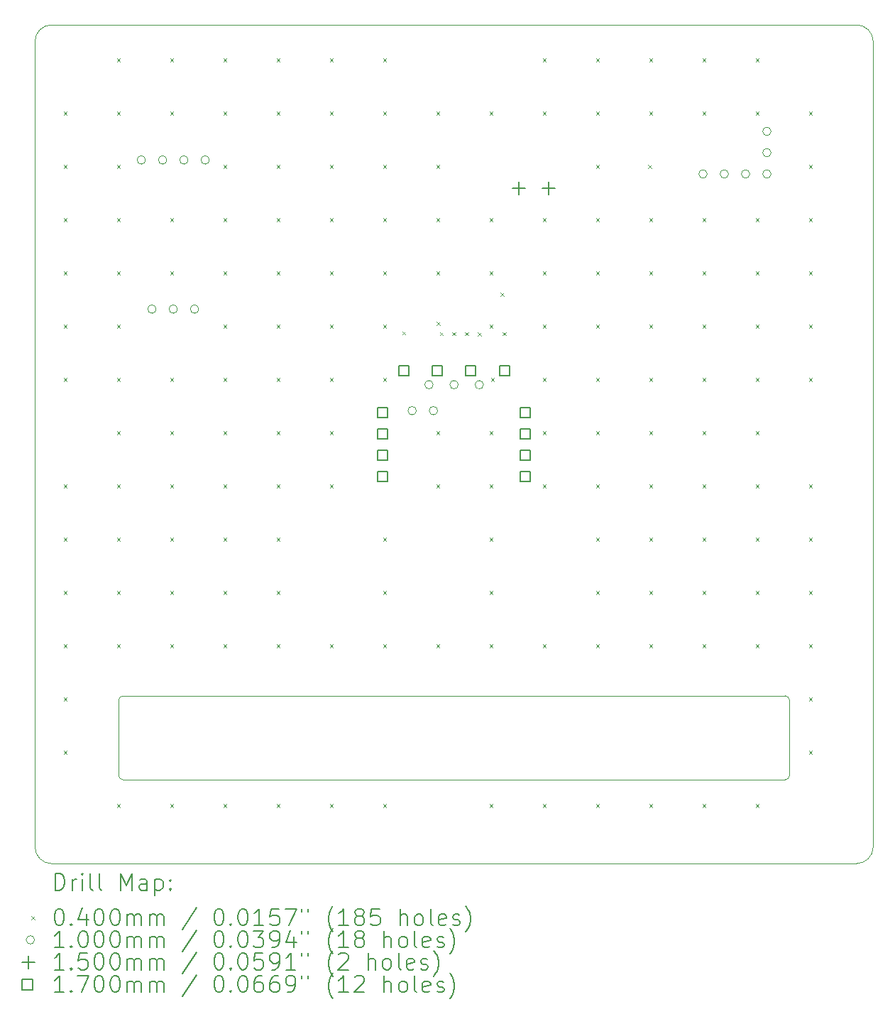
<source format=gbr>
%TF.GenerationSoftware,KiCad,Pcbnew,7.0.2-6a45011f42~172~ubuntu22.04.1*%
%TF.CreationDate,2023-05-30T13:32:24+12:00*%
%TF.ProjectId,THE_BRAWN-20A_POWER_FIXTURE,5448455f-4252-4415-974e-2d3230415f50,v1.0*%
%TF.SameCoordinates,Original*%
%TF.FileFunction,Drillmap*%
%TF.FilePolarity,Positive*%
%FSLAX45Y45*%
G04 Gerber Fmt 4.5, Leading zero omitted, Abs format (unit mm)*
G04 Created by KiCad (PCBNEW 7.0.2-6a45011f42~172~ubuntu22.04.1) date 2023-05-30 13:32:24*
%MOMM*%
%LPD*%
G01*
G04 APERTURE LIST*
%ADD10C,0.100000*%
%ADD11C,0.200000*%
%ADD12C,0.040000*%
%ADD13C,0.150000*%
%ADD14C,0.170000*%
G04 APERTURE END LIST*
D10*
X17200000Y-19000000D02*
X26800000Y-19000000D01*
X18050000Y-18000000D02*
X25950000Y-18000000D01*
X26800000Y-9000000D02*
X17200000Y-9000000D01*
X27000000Y-9200000D02*
G75*
G03*
X26800000Y-9000000I-200000J0D01*
G01*
X17000000Y-18800000D02*
G75*
G03*
X17200000Y-19000000I200000J0D01*
G01*
X18000000Y-17950000D02*
G75*
G03*
X18050000Y-18000000I50000J0D01*
G01*
X27000000Y-18800000D02*
X27000000Y-9200000D01*
X26000000Y-17050000D02*
G75*
G03*
X25950000Y-17000000I-50000J0D01*
G01*
X26800000Y-19000000D02*
G75*
G03*
X27000000Y-18800000I0J200000D01*
G01*
X18050000Y-17000000D02*
X25950000Y-17000000D01*
X18000000Y-17050000D02*
X18000000Y-17950000D01*
X25950000Y-18000000D02*
G75*
G03*
X26000000Y-17950000I0J50000D01*
G01*
X26000000Y-17050000D02*
X26000000Y-17950000D01*
X17200000Y-9000000D02*
G75*
G03*
X17000000Y-9200000I0J-200000D01*
G01*
X18050000Y-17000000D02*
G75*
G03*
X18000000Y-17050000I0J-50000D01*
G01*
X17000000Y-9200000D02*
X17000000Y-18800000D01*
D11*
D12*
X17341525Y-10031487D02*
X17381525Y-10071487D01*
X17381525Y-10031487D02*
X17341525Y-10071487D01*
X17341525Y-10666487D02*
X17381525Y-10706487D01*
X17381525Y-10666487D02*
X17341525Y-10706487D01*
X17341525Y-11301487D02*
X17381525Y-11341487D01*
X17381525Y-11301487D02*
X17341525Y-11341487D01*
X17341525Y-11936487D02*
X17381525Y-11976487D01*
X17381525Y-11936487D02*
X17341525Y-11976487D01*
X17341525Y-12571487D02*
X17381525Y-12611487D01*
X17381525Y-12571487D02*
X17341525Y-12611487D01*
X17341525Y-13206487D02*
X17381525Y-13246487D01*
X17381525Y-13206487D02*
X17341525Y-13246487D01*
X17341525Y-14476487D02*
X17381525Y-14516487D01*
X17381525Y-14476487D02*
X17341525Y-14516487D01*
X17341525Y-15111487D02*
X17381525Y-15151487D01*
X17381525Y-15111487D02*
X17341525Y-15151487D01*
X17341525Y-15746487D02*
X17381525Y-15786487D01*
X17381525Y-15746487D02*
X17341525Y-15786487D01*
X17341525Y-16381487D02*
X17381525Y-16421487D01*
X17381525Y-16381487D02*
X17341525Y-16421487D01*
X17341525Y-17016487D02*
X17381525Y-17056487D01*
X17381525Y-17016487D02*
X17341525Y-17056487D01*
X17341525Y-17651487D02*
X17381525Y-17691487D01*
X17381525Y-17651487D02*
X17341525Y-17691487D01*
X17976525Y-9396487D02*
X18016525Y-9436487D01*
X18016525Y-9396487D02*
X17976525Y-9436487D01*
X17976525Y-10031487D02*
X18016525Y-10071487D01*
X18016525Y-10031487D02*
X17976525Y-10071487D01*
X17976525Y-10666487D02*
X18016525Y-10706487D01*
X18016525Y-10666487D02*
X17976525Y-10706487D01*
X17976525Y-11301487D02*
X18016525Y-11341487D01*
X18016525Y-11301487D02*
X17976525Y-11341487D01*
X17976525Y-11936487D02*
X18016525Y-11976487D01*
X18016525Y-11936487D02*
X17976525Y-11976487D01*
X17976525Y-12571487D02*
X18016525Y-12611487D01*
X18016525Y-12571487D02*
X17976525Y-12611487D01*
X17976525Y-13206487D02*
X18016525Y-13246487D01*
X18016525Y-13206487D02*
X17976525Y-13246487D01*
X17976525Y-13841487D02*
X18016525Y-13881487D01*
X18016525Y-13841487D02*
X17976525Y-13881487D01*
X17976525Y-14476487D02*
X18016525Y-14516487D01*
X18016525Y-14476487D02*
X17976525Y-14516487D01*
X17976525Y-15111487D02*
X18016525Y-15151487D01*
X18016525Y-15111487D02*
X17976525Y-15151487D01*
X17976525Y-15746487D02*
X18016525Y-15786487D01*
X18016525Y-15746487D02*
X17976525Y-15786487D01*
X17976525Y-16381487D02*
X18016525Y-16421487D01*
X18016525Y-16381487D02*
X17976525Y-16421487D01*
X17976525Y-18286487D02*
X18016525Y-18326487D01*
X18016525Y-18286487D02*
X17976525Y-18326487D01*
X18611525Y-9396487D02*
X18651525Y-9436487D01*
X18651525Y-9396487D02*
X18611525Y-9436487D01*
X18611525Y-10031487D02*
X18651525Y-10071487D01*
X18651525Y-10031487D02*
X18611525Y-10071487D01*
X18611525Y-10031487D02*
X18651525Y-10071487D01*
X18651525Y-10031487D02*
X18611525Y-10071487D01*
X18611525Y-11301487D02*
X18651525Y-11341487D01*
X18651525Y-11301487D02*
X18611525Y-11341487D01*
X18611525Y-11301487D02*
X18651525Y-11341487D01*
X18651525Y-11301487D02*
X18611525Y-11341487D01*
X18611525Y-11936487D02*
X18651525Y-11976487D01*
X18651525Y-11936487D02*
X18611525Y-11976487D01*
X18611525Y-11936487D02*
X18651525Y-11976487D01*
X18651525Y-11936487D02*
X18611525Y-11976487D01*
X18611525Y-13206487D02*
X18651525Y-13246487D01*
X18651525Y-13206487D02*
X18611525Y-13246487D01*
X18611525Y-13841487D02*
X18651525Y-13881487D01*
X18651525Y-13841487D02*
X18611525Y-13881487D01*
X18611525Y-14476487D02*
X18651525Y-14516487D01*
X18651525Y-14476487D02*
X18611525Y-14516487D01*
X18611525Y-15111487D02*
X18651525Y-15151487D01*
X18651525Y-15111487D02*
X18611525Y-15151487D01*
X18611525Y-15746487D02*
X18651525Y-15786487D01*
X18651525Y-15746487D02*
X18611525Y-15786487D01*
X18611525Y-16381487D02*
X18651525Y-16421487D01*
X18651525Y-16381487D02*
X18611525Y-16421487D01*
X18611525Y-18286487D02*
X18651525Y-18326487D01*
X18651525Y-18286487D02*
X18611525Y-18326487D01*
X19246525Y-9396487D02*
X19286525Y-9436487D01*
X19286525Y-9396487D02*
X19246525Y-9436487D01*
X19246525Y-10031487D02*
X19286525Y-10071487D01*
X19286525Y-10031487D02*
X19246525Y-10071487D01*
X19246525Y-10666487D02*
X19286525Y-10706487D01*
X19286525Y-10666487D02*
X19246525Y-10706487D01*
X19246525Y-11301487D02*
X19286525Y-11341487D01*
X19286525Y-11301487D02*
X19246525Y-11341487D01*
X19246525Y-11936487D02*
X19286525Y-11976487D01*
X19286525Y-11936487D02*
X19246525Y-11976487D01*
X19246525Y-12571487D02*
X19286525Y-12611487D01*
X19286525Y-12571487D02*
X19246525Y-12611487D01*
X19246525Y-13206487D02*
X19286525Y-13246487D01*
X19286525Y-13206487D02*
X19246525Y-13246487D01*
X19246525Y-13841487D02*
X19286525Y-13881487D01*
X19286525Y-13841487D02*
X19246525Y-13881487D01*
X19246525Y-14476487D02*
X19286525Y-14516487D01*
X19286525Y-14476487D02*
X19246525Y-14516487D01*
X19246525Y-15111487D02*
X19286525Y-15151487D01*
X19286525Y-15111487D02*
X19246525Y-15151487D01*
X19246525Y-15746487D02*
X19286525Y-15786487D01*
X19286525Y-15746487D02*
X19246525Y-15786487D01*
X19246525Y-16381487D02*
X19286525Y-16421487D01*
X19286525Y-16381487D02*
X19246525Y-16421487D01*
X19246525Y-18286487D02*
X19286525Y-18326487D01*
X19286525Y-18286487D02*
X19246525Y-18326487D01*
X19881525Y-9396487D02*
X19921525Y-9436487D01*
X19921525Y-9396487D02*
X19881525Y-9436487D01*
X19881525Y-10031487D02*
X19921525Y-10071487D01*
X19921525Y-10031487D02*
X19881525Y-10071487D01*
X19881525Y-10666487D02*
X19921525Y-10706487D01*
X19921525Y-10666487D02*
X19881525Y-10706487D01*
X19881525Y-11301487D02*
X19921525Y-11341487D01*
X19921525Y-11301487D02*
X19881525Y-11341487D01*
X19881525Y-11936487D02*
X19921525Y-11976487D01*
X19921525Y-11936487D02*
X19881525Y-11976487D01*
X19881525Y-12571487D02*
X19921525Y-12611487D01*
X19921525Y-12571487D02*
X19881525Y-12611487D01*
X19881525Y-13206487D02*
X19921525Y-13246487D01*
X19921525Y-13206487D02*
X19881525Y-13246487D01*
X19881525Y-13841487D02*
X19921525Y-13881487D01*
X19921525Y-13841487D02*
X19881525Y-13881487D01*
X19881525Y-14476487D02*
X19921525Y-14516487D01*
X19921525Y-14476487D02*
X19881525Y-14516487D01*
X19881525Y-15111487D02*
X19921525Y-15151487D01*
X19921525Y-15111487D02*
X19881525Y-15151487D01*
X19881525Y-15746487D02*
X19921525Y-15786487D01*
X19921525Y-15746487D02*
X19881525Y-15786487D01*
X19881525Y-16381487D02*
X19921525Y-16421487D01*
X19921525Y-16381487D02*
X19881525Y-16421487D01*
X19881525Y-18286487D02*
X19921525Y-18326487D01*
X19921525Y-18286487D02*
X19881525Y-18326487D01*
X20516525Y-9396487D02*
X20556525Y-9436487D01*
X20556525Y-9396487D02*
X20516525Y-9436487D01*
X20516525Y-10031487D02*
X20556525Y-10071487D01*
X20556525Y-10031487D02*
X20516525Y-10071487D01*
X20516525Y-10666487D02*
X20556525Y-10706487D01*
X20556525Y-10666487D02*
X20516525Y-10706487D01*
X20516525Y-11301487D02*
X20556525Y-11341487D01*
X20556525Y-11301487D02*
X20516525Y-11341487D01*
X20516525Y-11936487D02*
X20556525Y-11976487D01*
X20556525Y-11936487D02*
X20516525Y-11976487D01*
X20516525Y-12571487D02*
X20556525Y-12611487D01*
X20556525Y-12571487D02*
X20516525Y-12611487D01*
X20516525Y-13206487D02*
X20556525Y-13246487D01*
X20556525Y-13206487D02*
X20516525Y-13246487D01*
X20516525Y-13841487D02*
X20556525Y-13881487D01*
X20556525Y-13841487D02*
X20516525Y-13881487D01*
X20516525Y-14476487D02*
X20556525Y-14516487D01*
X20556525Y-14476487D02*
X20516525Y-14516487D01*
X20516525Y-16381487D02*
X20556525Y-16421487D01*
X20556525Y-16381487D02*
X20516525Y-16421487D01*
X20516525Y-18286487D02*
X20556525Y-18326487D01*
X20556525Y-18286487D02*
X20516525Y-18326487D01*
X21151525Y-9396487D02*
X21191525Y-9436487D01*
X21191525Y-9396487D02*
X21151525Y-9436487D01*
X21151525Y-10031487D02*
X21191525Y-10071487D01*
X21191525Y-10031487D02*
X21151525Y-10071487D01*
X21151525Y-10666487D02*
X21191525Y-10706487D01*
X21191525Y-10666487D02*
X21151525Y-10706487D01*
X21151525Y-11301487D02*
X21191525Y-11341487D01*
X21191525Y-11301487D02*
X21151525Y-11341487D01*
X21151525Y-11936487D02*
X21191525Y-11976487D01*
X21191525Y-11936487D02*
X21151525Y-11976487D01*
X21151525Y-12571487D02*
X21191525Y-12611487D01*
X21191525Y-12571487D02*
X21151525Y-12611487D01*
X21151525Y-13206487D02*
X21191525Y-13246487D01*
X21191525Y-13206487D02*
X21151525Y-13246487D01*
X21151525Y-15111487D02*
X21191525Y-15151487D01*
X21191525Y-15111487D02*
X21151525Y-15151487D01*
X21151525Y-15746487D02*
X21191525Y-15786487D01*
X21191525Y-15746487D02*
X21151525Y-15786487D01*
X21151525Y-16381487D02*
X21191525Y-16421487D01*
X21191525Y-16381487D02*
X21151525Y-16421487D01*
X21151525Y-18286487D02*
X21191525Y-18326487D01*
X21191525Y-18286487D02*
X21151525Y-18326487D01*
X21380000Y-12655000D02*
X21420000Y-12695000D01*
X21420000Y-12655000D02*
X21380000Y-12695000D01*
X21786525Y-10031487D02*
X21826525Y-10071487D01*
X21826525Y-10031487D02*
X21786525Y-10071487D01*
X21786525Y-10666487D02*
X21826525Y-10706487D01*
X21826525Y-10666487D02*
X21786525Y-10706487D01*
X21786525Y-11301487D02*
X21826525Y-11341487D01*
X21826525Y-11301487D02*
X21786525Y-11341487D01*
X21786525Y-11936487D02*
X21826525Y-11976487D01*
X21826525Y-11936487D02*
X21786525Y-11976487D01*
X21786525Y-13841487D02*
X21826525Y-13881487D01*
X21826525Y-13841487D02*
X21786525Y-13881487D01*
X21786525Y-14476487D02*
X21826525Y-14516487D01*
X21826525Y-14476487D02*
X21786525Y-14516487D01*
X21786525Y-16381487D02*
X21826525Y-16421487D01*
X21826525Y-16381487D02*
X21786525Y-16421487D01*
X21792290Y-12542290D02*
X21832290Y-12582290D01*
X21832290Y-12542290D02*
X21792290Y-12582290D01*
X21830000Y-12662500D02*
X21870000Y-12702500D01*
X21870000Y-12662500D02*
X21830000Y-12702500D01*
X21980000Y-12662500D02*
X22020000Y-12702500D01*
X22020000Y-12662500D02*
X21980000Y-12702500D01*
X22130000Y-12662500D02*
X22170000Y-12702500D01*
X22170000Y-12662500D02*
X22130000Y-12702500D01*
X22280000Y-12667500D02*
X22320000Y-12707500D01*
X22320000Y-12667500D02*
X22280000Y-12707500D01*
X22421525Y-10031487D02*
X22461525Y-10071487D01*
X22461525Y-10031487D02*
X22421525Y-10071487D01*
X22421525Y-11301487D02*
X22461525Y-11341487D01*
X22461525Y-11301487D02*
X22421525Y-11341487D01*
X22421525Y-11936487D02*
X22461525Y-11976487D01*
X22461525Y-11936487D02*
X22421525Y-11976487D01*
X22421525Y-12571487D02*
X22461525Y-12611487D01*
X22461525Y-12571487D02*
X22421525Y-12611487D01*
X22421525Y-13841487D02*
X22461525Y-13881487D01*
X22461525Y-13841487D02*
X22421525Y-13881487D01*
X22421525Y-14476487D02*
X22461525Y-14516487D01*
X22461525Y-14476487D02*
X22421525Y-14516487D01*
X22421525Y-15111487D02*
X22461525Y-15151487D01*
X22461525Y-15111487D02*
X22421525Y-15151487D01*
X22421525Y-15746487D02*
X22461525Y-15786487D01*
X22461525Y-15746487D02*
X22421525Y-15786487D01*
X22421525Y-16381487D02*
X22461525Y-16421487D01*
X22461525Y-16381487D02*
X22421525Y-16421487D01*
X22421525Y-18286487D02*
X22461525Y-18326487D01*
X22461525Y-18286487D02*
X22421525Y-18326487D01*
X22438490Y-13208649D02*
X22478490Y-13248649D01*
X22478490Y-13208649D02*
X22438490Y-13248649D01*
X22555000Y-12195000D02*
X22595000Y-12235000D01*
X22595000Y-12195000D02*
X22555000Y-12235000D01*
X22580000Y-12662500D02*
X22620000Y-12702500D01*
X22620000Y-12662500D02*
X22580000Y-12702500D01*
X23056525Y-9396487D02*
X23096525Y-9436487D01*
X23096525Y-9396487D02*
X23056525Y-9436487D01*
X23056525Y-10031487D02*
X23096525Y-10071487D01*
X23096525Y-10031487D02*
X23056525Y-10071487D01*
X23056525Y-11301487D02*
X23096525Y-11341487D01*
X23096525Y-11301487D02*
X23056525Y-11341487D01*
X23056525Y-11936487D02*
X23096525Y-11976487D01*
X23096525Y-11936487D02*
X23056525Y-11976487D01*
X23056525Y-12571487D02*
X23096525Y-12611487D01*
X23096525Y-12571487D02*
X23056525Y-12611487D01*
X23056525Y-13206487D02*
X23096525Y-13246487D01*
X23096525Y-13206487D02*
X23056525Y-13246487D01*
X23056525Y-13841487D02*
X23096525Y-13881487D01*
X23096525Y-13841487D02*
X23056525Y-13881487D01*
X23056525Y-14476487D02*
X23096525Y-14516487D01*
X23096525Y-14476487D02*
X23056525Y-14516487D01*
X23056525Y-16381487D02*
X23096525Y-16421487D01*
X23096525Y-16381487D02*
X23056525Y-16421487D01*
X23056525Y-18286487D02*
X23096525Y-18326487D01*
X23096525Y-18286487D02*
X23056525Y-18326487D01*
X23691525Y-9396487D02*
X23731525Y-9436487D01*
X23731525Y-9396487D02*
X23691525Y-9436487D01*
X23691525Y-10031487D02*
X23731525Y-10071487D01*
X23731525Y-10031487D02*
X23691525Y-10071487D01*
X23691525Y-10666487D02*
X23731525Y-10706487D01*
X23731525Y-10666487D02*
X23691525Y-10706487D01*
X23691525Y-11301487D02*
X23731525Y-11341487D01*
X23731525Y-11301487D02*
X23691525Y-11341487D01*
X23691525Y-11936487D02*
X23731525Y-11976487D01*
X23731525Y-11936487D02*
X23691525Y-11976487D01*
X23691525Y-12571487D02*
X23731525Y-12611487D01*
X23731525Y-12571487D02*
X23691525Y-12611487D01*
X23691525Y-13206487D02*
X23731525Y-13246487D01*
X23731525Y-13206487D02*
X23691525Y-13246487D01*
X23691525Y-13841487D02*
X23731525Y-13881487D01*
X23731525Y-13841487D02*
X23691525Y-13881487D01*
X23691525Y-14476487D02*
X23731525Y-14516487D01*
X23731525Y-14476487D02*
X23691525Y-14516487D01*
X23691525Y-15111487D02*
X23731525Y-15151487D01*
X23731525Y-15111487D02*
X23691525Y-15151487D01*
X23691525Y-15746487D02*
X23731525Y-15786487D01*
X23731525Y-15746487D02*
X23691525Y-15786487D01*
X23691525Y-16381487D02*
X23731525Y-16421487D01*
X23731525Y-16381487D02*
X23691525Y-16421487D01*
X23691525Y-18286487D02*
X23731525Y-18326487D01*
X23731525Y-18286487D02*
X23691525Y-18326487D01*
X24317500Y-10667500D02*
X24357500Y-10707500D01*
X24357500Y-10667500D02*
X24317500Y-10707500D01*
X24326525Y-9396487D02*
X24366525Y-9436487D01*
X24366525Y-9396487D02*
X24326525Y-9436487D01*
X24326525Y-10031487D02*
X24366525Y-10071487D01*
X24366525Y-10031487D02*
X24326525Y-10071487D01*
X24326525Y-11301487D02*
X24366525Y-11341487D01*
X24366525Y-11301487D02*
X24326525Y-11341487D01*
X24326525Y-11936487D02*
X24366525Y-11976487D01*
X24366525Y-11936487D02*
X24326525Y-11976487D01*
X24326525Y-12571487D02*
X24366525Y-12611487D01*
X24366525Y-12571487D02*
X24326525Y-12611487D01*
X24326525Y-13206487D02*
X24366525Y-13246487D01*
X24366525Y-13206487D02*
X24326525Y-13246487D01*
X24326525Y-13841487D02*
X24366525Y-13881487D01*
X24366525Y-13841487D02*
X24326525Y-13881487D01*
X24326525Y-14476487D02*
X24366525Y-14516487D01*
X24366525Y-14476487D02*
X24326525Y-14516487D01*
X24326525Y-15111487D02*
X24366525Y-15151487D01*
X24366525Y-15111487D02*
X24326525Y-15151487D01*
X24326525Y-15746487D02*
X24366525Y-15786487D01*
X24366525Y-15746487D02*
X24326525Y-15786487D01*
X24326525Y-16381487D02*
X24366525Y-16421487D01*
X24366525Y-16381487D02*
X24326525Y-16421487D01*
X24326525Y-18286487D02*
X24366525Y-18326487D01*
X24366525Y-18286487D02*
X24326525Y-18326487D01*
X24961525Y-9396487D02*
X25001525Y-9436487D01*
X25001525Y-9396487D02*
X24961525Y-9436487D01*
X24961525Y-10031487D02*
X25001525Y-10071487D01*
X25001525Y-10031487D02*
X24961525Y-10071487D01*
X24961525Y-11301487D02*
X25001525Y-11341487D01*
X25001525Y-11301487D02*
X24961525Y-11341487D01*
X24961525Y-11936487D02*
X25001525Y-11976487D01*
X25001525Y-11936487D02*
X24961525Y-11976487D01*
X24961525Y-12571487D02*
X25001525Y-12611487D01*
X25001525Y-12571487D02*
X24961525Y-12611487D01*
X24961525Y-13206487D02*
X25001525Y-13246487D01*
X25001525Y-13206487D02*
X24961525Y-13246487D01*
X24961525Y-13841487D02*
X25001525Y-13881487D01*
X25001525Y-13841487D02*
X24961525Y-13881487D01*
X24961525Y-14476487D02*
X25001525Y-14516487D01*
X25001525Y-14476487D02*
X24961525Y-14516487D01*
X24961525Y-15111487D02*
X25001525Y-15151487D01*
X25001525Y-15111487D02*
X24961525Y-15151487D01*
X24961525Y-15746487D02*
X25001525Y-15786487D01*
X25001525Y-15746487D02*
X24961525Y-15786487D01*
X24961525Y-16381487D02*
X25001525Y-16421487D01*
X25001525Y-16381487D02*
X24961525Y-16421487D01*
X24961525Y-18286487D02*
X25001525Y-18326487D01*
X25001525Y-18286487D02*
X24961525Y-18326487D01*
X25596525Y-9396487D02*
X25636525Y-9436487D01*
X25636525Y-9396487D02*
X25596525Y-9436487D01*
X25596525Y-10031487D02*
X25636525Y-10071487D01*
X25636525Y-10031487D02*
X25596525Y-10071487D01*
X25596525Y-11301487D02*
X25636525Y-11341487D01*
X25636525Y-11301487D02*
X25596525Y-11341487D01*
X25596525Y-11936487D02*
X25636525Y-11976487D01*
X25636525Y-11936487D02*
X25596525Y-11976487D01*
X25596525Y-12571487D02*
X25636525Y-12611487D01*
X25636525Y-12571487D02*
X25596525Y-12611487D01*
X25596525Y-13206487D02*
X25636525Y-13246487D01*
X25636525Y-13206487D02*
X25596525Y-13246487D01*
X25596525Y-13841487D02*
X25636525Y-13881487D01*
X25636525Y-13841487D02*
X25596525Y-13881487D01*
X25596525Y-14476487D02*
X25636525Y-14516487D01*
X25636525Y-14476487D02*
X25596525Y-14516487D01*
X25596525Y-15111487D02*
X25636525Y-15151487D01*
X25636525Y-15111487D02*
X25596525Y-15151487D01*
X25596525Y-15746487D02*
X25636525Y-15786487D01*
X25636525Y-15746487D02*
X25596525Y-15786487D01*
X25596525Y-16381487D02*
X25636525Y-16421487D01*
X25636525Y-16381487D02*
X25596525Y-16421487D01*
X25596525Y-18286487D02*
X25636525Y-18326487D01*
X25636525Y-18286487D02*
X25596525Y-18326487D01*
X26231525Y-10031487D02*
X26271525Y-10071487D01*
X26271525Y-10031487D02*
X26231525Y-10071487D01*
X26231525Y-10666487D02*
X26271525Y-10706487D01*
X26271525Y-10666487D02*
X26231525Y-10706487D01*
X26231525Y-11301487D02*
X26271525Y-11341487D01*
X26271525Y-11301487D02*
X26231525Y-11341487D01*
X26231525Y-11936487D02*
X26271525Y-11976487D01*
X26271525Y-11936487D02*
X26231525Y-11976487D01*
X26231525Y-12571487D02*
X26271525Y-12611487D01*
X26271525Y-12571487D02*
X26231525Y-12611487D01*
X26231525Y-13206487D02*
X26271525Y-13246487D01*
X26271525Y-13206487D02*
X26231525Y-13246487D01*
X26231525Y-14476487D02*
X26271525Y-14516487D01*
X26271525Y-14476487D02*
X26231525Y-14516487D01*
X26231525Y-15111487D02*
X26271525Y-15151487D01*
X26271525Y-15111487D02*
X26231525Y-15151487D01*
X26231525Y-15746487D02*
X26271525Y-15786487D01*
X26271525Y-15746487D02*
X26231525Y-15786487D01*
X26231525Y-16381487D02*
X26271525Y-16421487D01*
X26271525Y-16381487D02*
X26231525Y-16421487D01*
X26231525Y-17016487D02*
X26271525Y-17056487D01*
X26271525Y-17016487D02*
X26231525Y-17056487D01*
X26231525Y-17651487D02*
X26271525Y-17691487D01*
X26271525Y-17651487D02*
X26231525Y-17691487D01*
D10*
X18319000Y-10611000D02*
G75*
G03*
X18319000Y-10611000I-50000J0D01*
G01*
X18446000Y-12389000D02*
G75*
G03*
X18446000Y-12389000I-50000J0D01*
G01*
X18573000Y-10611000D02*
G75*
G03*
X18573000Y-10611000I-50000J0D01*
G01*
X18700000Y-12389000D02*
G75*
G03*
X18700000Y-12389000I-50000J0D01*
G01*
X18827000Y-10611000D02*
G75*
G03*
X18827000Y-10611000I-50000J0D01*
G01*
X18954000Y-12389000D02*
G75*
G03*
X18954000Y-12389000I-50000J0D01*
G01*
X19081000Y-10611000D02*
G75*
G03*
X19081000Y-10611000I-50000J0D01*
G01*
X21550000Y-13600000D02*
G75*
G03*
X21550000Y-13600000I-50000J0D01*
G01*
X21750000Y-13290000D02*
G75*
G03*
X21750000Y-13290000I-50000J0D01*
G01*
X21804000Y-13600000D02*
G75*
G03*
X21804000Y-13600000I-50000J0D01*
G01*
X22050000Y-13290000D02*
G75*
G03*
X22050000Y-13290000I-50000J0D01*
G01*
X22350000Y-13290000D02*
G75*
G03*
X22350000Y-13290000I-50000J0D01*
G01*
X25019000Y-10776950D02*
G75*
G03*
X25019000Y-10776950I-50000J0D01*
G01*
X25273000Y-10776950D02*
G75*
G03*
X25273000Y-10776950I-50000J0D01*
G01*
X25527000Y-10776950D02*
G75*
G03*
X25527000Y-10776950I-50000J0D01*
G01*
X25781000Y-10268950D02*
G75*
G03*
X25781000Y-10268950I-50000J0D01*
G01*
X25781000Y-10522950D02*
G75*
G03*
X25781000Y-10522950I-50000J0D01*
G01*
X25781000Y-10776950D02*
G75*
G03*
X25781000Y-10776950I-50000J0D01*
G01*
D13*
X22775000Y-10875000D02*
X22775000Y-11025000D01*
X22700000Y-10950000D02*
X22850000Y-10950000D01*
X23125000Y-10875000D02*
X23125000Y-11025000D01*
X23050000Y-10950000D02*
X23200000Y-10950000D01*
D14*
X21210105Y-13680105D02*
X21210105Y-13559895D01*
X21089895Y-13559895D01*
X21089895Y-13680105D01*
X21210105Y-13680105D01*
X21210105Y-13934105D02*
X21210105Y-13813895D01*
X21089895Y-13813895D01*
X21089895Y-13934105D01*
X21210105Y-13934105D01*
X21210105Y-14188105D02*
X21210105Y-14067895D01*
X21089895Y-14067895D01*
X21089895Y-14188105D01*
X21210105Y-14188105D01*
X21210105Y-14442105D02*
X21210105Y-14321895D01*
X21089895Y-14321895D01*
X21089895Y-14442105D01*
X21210105Y-14442105D01*
X21460105Y-13180105D02*
X21460105Y-13059895D01*
X21339895Y-13059895D01*
X21339895Y-13180105D01*
X21460105Y-13180105D01*
X21860105Y-13180105D02*
X21860105Y-13059895D01*
X21739895Y-13059895D01*
X21739895Y-13180105D01*
X21860105Y-13180105D01*
X22260105Y-13180105D02*
X22260105Y-13059895D01*
X22139895Y-13059895D01*
X22139895Y-13180105D01*
X22260105Y-13180105D01*
X22660105Y-13180105D02*
X22660105Y-13059895D01*
X22539895Y-13059895D01*
X22539895Y-13180105D01*
X22660105Y-13180105D01*
X22910105Y-13680105D02*
X22910105Y-13559895D01*
X22789895Y-13559895D01*
X22789895Y-13680105D01*
X22910105Y-13680105D01*
X22910105Y-13934105D02*
X22910105Y-13813895D01*
X22789895Y-13813895D01*
X22789895Y-13934105D01*
X22910105Y-13934105D01*
X22910105Y-14188105D02*
X22910105Y-14067895D01*
X22789895Y-14067895D01*
X22789895Y-14188105D01*
X22910105Y-14188105D01*
X22910105Y-14442105D02*
X22910105Y-14321895D01*
X22789895Y-14321895D01*
X22789895Y-14442105D01*
X22910105Y-14442105D01*
D11*
X17242619Y-19317524D02*
X17242619Y-19117524D01*
X17242619Y-19117524D02*
X17290238Y-19117524D01*
X17290238Y-19117524D02*
X17318810Y-19127048D01*
X17318810Y-19127048D02*
X17337857Y-19146095D01*
X17337857Y-19146095D02*
X17347381Y-19165143D01*
X17347381Y-19165143D02*
X17356905Y-19203238D01*
X17356905Y-19203238D02*
X17356905Y-19231810D01*
X17356905Y-19231810D02*
X17347381Y-19269905D01*
X17347381Y-19269905D02*
X17337857Y-19288952D01*
X17337857Y-19288952D02*
X17318810Y-19308000D01*
X17318810Y-19308000D02*
X17290238Y-19317524D01*
X17290238Y-19317524D02*
X17242619Y-19317524D01*
X17442619Y-19317524D02*
X17442619Y-19184190D01*
X17442619Y-19222286D02*
X17452143Y-19203238D01*
X17452143Y-19203238D02*
X17461667Y-19193714D01*
X17461667Y-19193714D02*
X17480714Y-19184190D01*
X17480714Y-19184190D02*
X17499762Y-19184190D01*
X17566429Y-19317524D02*
X17566429Y-19184190D01*
X17566429Y-19117524D02*
X17556905Y-19127048D01*
X17556905Y-19127048D02*
X17566429Y-19136571D01*
X17566429Y-19136571D02*
X17575952Y-19127048D01*
X17575952Y-19127048D02*
X17566429Y-19117524D01*
X17566429Y-19117524D02*
X17566429Y-19136571D01*
X17690238Y-19317524D02*
X17671190Y-19308000D01*
X17671190Y-19308000D02*
X17661667Y-19288952D01*
X17661667Y-19288952D02*
X17661667Y-19117524D01*
X17795000Y-19317524D02*
X17775952Y-19308000D01*
X17775952Y-19308000D02*
X17766429Y-19288952D01*
X17766429Y-19288952D02*
X17766429Y-19117524D01*
X18023571Y-19317524D02*
X18023571Y-19117524D01*
X18023571Y-19117524D02*
X18090238Y-19260381D01*
X18090238Y-19260381D02*
X18156905Y-19117524D01*
X18156905Y-19117524D02*
X18156905Y-19317524D01*
X18337857Y-19317524D02*
X18337857Y-19212762D01*
X18337857Y-19212762D02*
X18328333Y-19193714D01*
X18328333Y-19193714D02*
X18309286Y-19184190D01*
X18309286Y-19184190D02*
X18271190Y-19184190D01*
X18271190Y-19184190D02*
X18252143Y-19193714D01*
X18337857Y-19308000D02*
X18318810Y-19317524D01*
X18318810Y-19317524D02*
X18271190Y-19317524D01*
X18271190Y-19317524D02*
X18252143Y-19308000D01*
X18252143Y-19308000D02*
X18242619Y-19288952D01*
X18242619Y-19288952D02*
X18242619Y-19269905D01*
X18242619Y-19269905D02*
X18252143Y-19250857D01*
X18252143Y-19250857D02*
X18271190Y-19241333D01*
X18271190Y-19241333D02*
X18318810Y-19241333D01*
X18318810Y-19241333D02*
X18337857Y-19231810D01*
X18433095Y-19184190D02*
X18433095Y-19384190D01*
X18433095Y-19193714D02*
X18452143Y-19184190D01*
X18452143Y-19184190D02*
X18490238Y-19184190D01*
X18490238Y-19184190D02*
X18509286Y-19193714D01*
X18509286Y-19193714D02*
X18518810Y-19203238D01*
X18518810Y-19203238D02*
X18528333Y-19222286D01*
X18528333Y-19222286D02*
X18528333Y-19279429D01*
X18528333Y-19279429D02*
X18518810Y-19298476D01*
X18518810Y-19298476D02*
X18509286Y-19308000D01*
X18509286Y-19308000D02*
X18490238Y-19317524D01*
X18490238Y-19317524D02*
X18452143Y-19317524D01*
X18452143Y-19317524D02*
X18433095Y-19308000D01*
X18614048Y-19298476D02*
X18623571Y-19308000D01*
X18623571Y-19308000D02*
X18614048Y-19317524D01*
X18614048Y-19317524D02*
X18604524Y-19308000D01*
X18604524Y-19308000D02*
X18614048Y-19298476D01*
X18614048Y-19298476D02*
X18614048Y-19317524D01*
X18614048Y-19193714D02*
X18623571Y-19203238D01*
X18623571Y-19203238D02*
X18614048Y-19212762D01*
X18614048Y-19212762D02*
X18604524Y-19203238D01*
X18604524Y-19203238D02*
X18614048Y-19193714D01*
X18614048Y-19193714D02*
X18614048Y-19212762D01*
D12*
X16955000Y-19625000D02*
X16995000Y-19665000D01*
X16995000Y-19625000D02*
X16955000Y-19665000D01*
D11*
X17280714Y-19537524D02*
X17299762Y-19537524D01*
X17299762Y-19537524D02*
X17318810Y-19547048D01*
X17318810Y-19547048D02*
X17328333Y-19556571D01*
X17328333Y-19556571D02*
X17337857Y-19575619D01*
X17337857Y-19575619D02*
X17347381Y-19613714D01*
X17347381Y-19613714D02*
X17347381Y-19661333D01*
X17347381Y-19661333D02*
X17337857Y-19699429D01*
X17337857Y-19699429D02*
X17328333Y-19718476D01*
X17328333Y-19718476D02*
X17318810Y-19728000D01*
X17318810Y-19728000D02*
X17299762Y-19737524D01*
X17299762Y-19737524D02*
X17280714Y-19737524D01*
X17280714Y-19737524D02*
X17261667Y-19728000D01*
X17261667Y-19728000D02*
X17252143Y-19718476D01*
X17252143Y-19718476D02*
X17242619Y-19699429D01*
X17242619Y-19699429D02*
X17233095Y-19661333D01*
X17233095Y-19661333D02*
X17233095Y-19613714D01*
X17233095Y-19613714D02*
X17242619Y-19575619D01*
X17242619Y-19575619D02*
X17252143Y-19556571D01*
X17252143Y-19556571D02*
X17261667Y-19547048D01*
X17261667Y-19547048D02*
X17280714Y-19537524D01*
X17433095Y-19718476D02*
X17442619Y-19728000D01*
X17442619Y-19728000D02*
X17433095Y-19737524D01*
X17433095Y-19737524D02*
X17423571Y-19728000D01*
X17423571Y-19728000D02*
X17433095Y-19718476D01*
X17433095Y-19718476D02*
X17433095Y-19737524D01*
X17614048Y-19604190D02*
X17614048Y-19737524D01*
X17566429Y-19528000D02*
X17518810Y-19670857D01*
X17518810Y-19670857D02*
X17642619Y-19670857D01*
X17756905Y-19537524D02*
X17775952Y-19537524D01*
X17775952Y-19537524D02*
X17795000Y-19547048D01*
X17795000Y-19547048D02*
X17804524Y-19556571D01*
X17804524Y-19556571D02*
X17814048Y-19575619D01*
X17814048Y-19575619D02*
X17823571Y-19613714D01*
X17823571Y-19613714D02*
X17823571Y-19661333D01*
X17823571Y-19661333D02*
X17814048Y-19699429D01*
X17814048Y-19699429D02*
X17804524Y-19718476D01*
X17804524Y-19718476D02*
X17795000Y-19728000D01*
X17795000Y-19728000D02*
X17775952Y-19737524D01*
X17775952Y-19737524D02*
X17756905Y-19737524D01*
X17756905Y-19737524D02*
X17737857Y-19728000D01*
X17737857Y-19728000D02*
X17728333Y-19718476D01*
X17728333Y-19718476D02*
X17718810Y-19699429D01*
X17718810Y-19699429D02*
X17709286Y-19661333D01*
X17709286Y-19661333D02*
X17709286Y-19613714D01*
X17709286Y-19613714D02*
X17718810Y-19575619D01*
X17718810Y-19575619D02*
X17728333Y-19556571D01*
X17728333Y-19556571D02*
X17737857Y-19547048D01*
X17737857Y-19547048D02*
X17756905Y-19537524D01*
X17947381Y-19537524D02*
X17966429Y-19537524D01*
X17966429Y-19537524D02*
X17985476Y-19547048D01*
X17985476Y-19547048D02*
X17995000Y-19556571D01*
X17995000Y-19556571D02*
X18004524Y-19575619D01*
X18004524Y-19575619D02*
X18014048Y-19613714D01*
X18014048Y-19613714D02*
X18014048Y-19661333D01*
X18014048Y-19661333D02*
X18004524Y-19699429D01*
X18004524Y-19699429D02*
X17995000Y-19718476D01*
X17995000Y-19718476D02*
X17985476Y-19728000D01*
X17985476Y-19728000D02*
X17966429Y-19737524D01*
X17966429Y-19737524D02*
X17947381Y-19737524D01*
X17947381Y-19737524D02*
X17928333Y-19728000D01*
X17928333Y-19728000D02*
X17918810Y-19718476D01*
X17918810Y-19718476D02*
X17909286Y-19699429D01*
X17909286Y-19699429D02*
X17899762Y-19661333D01*
X17899762Y-19661333D02*
X17899762Y-19613714D01*
X17899762Y-19613714D02*
X17909286Y-19575619D01*
X17909286Y-19575619D02*
X17918810Y-19556571D01*
X17918810Y-19556571D02*
X17928333Y-19547048D01*
X17928333Y-19547048D02*
X17947381Y-19537524D01*
X18099762Y-19737524D02*
X18099762Y-19604190D01*
X18099762Y-19623238D02*
X18109286Y-19613714D01*
X18109286Y-19613714D02*
X18128333Y-19604190D01*
X18128333Y-19604190D02*
X18156905Y-19604190D01*
X18156905Y-19604190D02*
X18175952Y-19613714D01*
X18175952Y-19613714D02*
X18185476Y-19632762D01*
X18185476Y-19632762D02*
X18185476Y-19737524D01*
X18185476Y-19632762D02*
X18195000Y-19613714D01*
X18195000Y-19613714D02*
X18214048Y-19604190D01*
X18214048Y-19604190D02*
X18242619Y-19604190D01*
X18242619Y-19604190D02*
X18261667Y-19613714D01*
X18261667Y-19613714D02*
X18271191Y-19632762D01*
X18271191Y-19632762D02*
X18271191Y-19737524D01*
X18366429Y-19737524D02*
X18366429Y-19604190D01*
X18366429Y-19623238D02*
X18375952Y-19613714D01*
X18375952Y-19613714D02*
X18395000Y-19604190D01*
X18395000Y-19604190D02*
X18423572Y-19604190D01*
X18423572Y-19604190D02*
X18442619Y-19613714D01*
X18442619Y-19613714D02*
X18452143Y-19632762D01*
X18452143Y-19632762D02*
X18452143Y-19737524D01*
X18452143Y-19632762D02*
X18461667Y-19613714D01*
X18461667Y-19613714D02*
X18480714Y-19604190D01*
X18480714Y-19604190D02*
X18509286Y-19604190D01*
X18509286Y-19604190D02*
X18528333Y-19613714D01*
X18528333Y-19613714D02*
X18537857Y-19632762D01*
X18537857Y-19632762D02*
X18537857Y-19737524D01*
X18928333Y-19528000D02*
X18756905Y-19785143D01*
X19185476Y-19537524D02*
X19204524Y-19537524D01*
X19204524Y-19537524D02*
X19223572Y-19547048D01*
X19223572Y-19547048D02*
X19233095Y-19556571D01*
X19233095Y-19556571D02*
X19242619Y-19575619D01*
X19242619Y-19575619D02*
X19252143Y-19613714D01*
X19252143Y-19613714D02*
X19252143Y-19661333D01*
X19252143Y-19661333D02*
X19242619Y-19699429D01*
X19242619Y-19699429D02*
X19233095Y-19718476D01*
X19233095Y-19718476D02*
X19223572Y-19728000D01*
X19223572Y-19728000D02*
X19204524Y-19737524D01*
X19204524Y-19737524D02*
X19185476Y-19737524D01*
X19185476Y-19737524D02*
X19166429Y-19728000D01*
X19166429Y-19728000D02*
X19156905Y-19718476D01*
X19156905Y-19718476D02*
X19147381Y-19699429D01*
X19147381Y-19699429D02*
X19137857Y-19661333D01*
X19137857Y-19661333D02*
X19137857Y-19613714D01*
X19137857Y-19613714D02*
X19147381Y-19575619D01*
X19147381Y-19575619D02*
X19156905Y-19556571D01*
X19156905Y-19556571D02*
X19166429Y-19547048D01*
X19166429Y-19547048D02*
X19185476Y-19537524D01*
X19337857Y-19718476D02*
X19347381Y-19728000D01*
X19347381Y-19728000D02*
X19337857Y-19737524D01*
X19337857Y-19737524D02*
X19328334Y-19728000D01*
X19328334Y-19728000D02*
X19337857Y-19718476D01*
X19337857Y-19718476D02*
X19337857Y-19737524D01*
X19471191Y-19537524D02*
X19490238Y-19537524D01*
X19490238Y-19537524D02*
X19509286Y-19547048D01*
X19509286Y-19547048D02*
X19518810Y-19556571D01*
X19518810Y-19556571D02*
X19528334Y-19575619D01*
X19528334Y-19575619D02*
X19537857Y-19613714D01*
X19537857Y-19613714D02*
X19537857Y-19661333D01*
X19537857Y-19661333D02*
X19528334Y-19699429D01*
X19528334Y-19699429D02*
X19518810Y-19718476D01*
X19518810Y-19718476D02*
X19509286Y-19728000D01*
X19509286Y-19728000D02*
X19490238Y-19737524D01*
X19490238Y-19737524D02*
X19471191Y-19737524D01*
X19471191Y-19737524D02*
X19452143Y-19728000D01*
X19452143Y-19728000D02*
X19442619Y-19718476D01*
X19442619Y-19718476D02*
X19433095Y-19699429D01*
X19433095Y-19699429D02*
X19423572Y-19661333D01*
X19423572Y-19661333D02*
X19423572Y-19613714D01*
X19423572Y-19613714D02*
X19433095Y-19575619D01*
X19433095Y-19575619D02*
X19442619Y-19556571D01*
X19442619Y-19556571D02*
X19452143Y-19547048D01*
X19452143Y-19547048D02*
X19471191Y-19537524D01*
X19728334Y-19737524D02*
X19614048Y-19737524D01*
X19671191Y-19737524D02*
X19671191Y-19537524D01*
X19671191Y-19537524D02*
X19652143Y-19566095D01*
X19652143Y-19566095D02*
X19633095Y-19585143D01*
X19633095Y-19585143D02*
X19614048Y-19594667D01*
X19909286Y-19537524D02*
X19814048Y-19537524D01*
X19814048Y-19537524D02*
X19804524Y-19632762D01*
X19804524Y-19632762D02*
X19814048Y-19623238D01*
X19814048Y-19623238D02*
X19833095Y-19613714D01*
X19833095Y-19613714D02*
X19880715Y-19613714D01*
X19880715Y-19613714D02*
X19899762Y-19623238D01*
X19899762Y-19623238D02*
X19909286Y-19632762D01*
X19909286Y-19632762D02*
X19918810Y-19651810D01*
X19918810Y-19651810D02*
X19918810Y-19699429D01*
X19918810Y-19699429D02*
X19909286Y-19718476D01*
X19909286Y-19718476D02*
X19899762Y-19728000D01*
X19899762Y-19728000D02*
X19880715Y-19737524D01*
X19880715Y-19737524D02*
X19833095Y-19737524D01*
X19833095Y-19737524D02*
X19814048Y-19728000D01*
X19814048Y-19728000D02*
X19804524Y-19718476D01*
X19985476Y-19537524D02*
X20118810Y-19537524D01*
X20118810Y-19537524D02*
X20033095Y-19737524D01*
X20185476Y-19537524D02*
X20185476Y-19575619D01*
X20261667Y-19537524D02*
X20261667Y-19575619D01*
X20556905Y-19813714D02*
X20547381Y-19804190D01*
X20547381Y-19804190D02*
X20528334Y-19775619D01*
X20528334Y-19775619D02*
X20518810Y-19756571D01*
X20518810Y-19756571D02*
X20509286Y-19728000D01*
X20509286Y-19728000D02*
X20499762Y-19680381D01*
X20499762Y-19680381D02*
X20499762Y-19642286D01*
X20499762Y-19642286D02*
X20509286Y-19594667D01*
X20509286Y-19594667D02*
X20518810Y-19566095D01*
X20518810Y-19566095D02*
X20528334Y-19547048D01*
X20528334Y-19547048D02*
X20547381Y-19518476D01*
X20547381Y-19518476D02*
X20556905Y-19508952D01*
X20737857Y-19737524D02*
X20623572Y-19737524D01*
X20680715Y-19737524D02*
X20680715Y-19537524D01*
X20680715Y-19537524D02*
X20661667Y-19566095D01*
X20661667Y-19566095D02*
X20642619Y-19585143D01*
X20642619Y-19585143D02*
X20623572Y-19594667D01*
X20852143Y-19623238D02*
X20833096Y-19613714D01*
X20833096Y-19613714D02*
X20823572Y-19604190D01*
X20823572Y-19604190D02*
X20814048Y-19585143D01*
X20814048Y-19585143D02*
X20814048Y-19575619D01*
X20814048Y-19575619D02*
X20823572Y-19556571D01*
X20823572Y-19556571D02*
X20833096Y-19547048D01*
X20833096Y-19547048D02*
X20852143Y-19537524D01*
X20852143Y-19537524D02*
X20890238Y-19537524D01*
X20890238Y-19537524D02*
X20909286Y-19547048D01*
X20909286Y-19547048D02*
X20918810Y-19556571D01*
X20918810Y-19556571D02*
X20928334Y-19575619D01*
X20928334Y-19575619D02*
X20928334Y-19585143D01*
X20928334Y-19585143D02*
X20918810Y-19604190D01*
X20918810Y-19604190D02*
X20909286Y-19613714D01*
X20909286Y-19613714D02*
X20890238Y-19623238D01*
X20890238Y-19623238D02*
X20852143Y-19623238D01*
X20852143Y-19623238D02*
X20833096Y-19632762D01*
X20833096Y-19632762D02*
X20823572Y-19642286D01*
X20823572Y-19642286D02*
X20814048Y-19661333D01*
X20814048Y-19661333D02*
X20814048Y-19699429D01*
X20814048Y-19699429D02*
X20823572Y-19718476D01*
X20823572Y-19718476D02*
X20833096Y-19728000D01*
X20833096Y-19728000D02*
X20852143Y-19737524D01*
X20852143Y-19737524D02*
X20890238Y-19737524D01*
X20890238Y-19737524D02*
X20909286Y-19728000D01*
X20909286Y-19728000D02*
X20918810Y-19718476D01*
X20918810Y-19718476D02*
X20928334Y-19699429D01*
X20928334Y-19699429D02*
X20928334Y-19661333D01*
X20928334Y-19661333D02*
X20918810Y-19642286D01*
X20918810Y-19642286D02*
X20909286Y-19632762D01*
X20909286Y-19632762D02*
X20890238Y-19623238D01*
X21109286Y-19537524D02*
X21014048Y-19537524D01*
X21014048Y-19537524D02*
X21004524Y-19632762D01*
X21004524Y-19632762D02*
X21014048Y-19623238D01*
X21014048Y-19623238D02*
X21033096Y-19613714D01*
X21033096Y-19613714D02*
X21080715Y-19613714D01*
X21080715Y-19613714D02*
X21099762Y-19623238D01*
X21099762Y-19623238D02*
X21109286Y-19632762D01*
X21109286Y-19632762D02*
X21118810Y-19651810D01*
X21118810Y-19651810D02*
X21118810Y-19699429D01*
X21118810Y-19699429D02*
X21109286Y-19718476D01*
X21109286Y-19718476D02*
X21099762Y-19728000D01*
X21099762Y-19728000D02*
X21080715Y-19737524D01*
X21080715Y-19737524D02*
X21033096Y-19737524D01*
X21033096Y-19737524D02*
X21014048Y-19728000D01*
X21014048Y-19728000D02*
X21004524Y-19718476D01*
X21356905Y-19737524D02*
X21356905Y-19537524D01*
X21442619Y-19737524D02*
X21442619Y-19632762D01*
X21442619Y-19632762D02*
X21433096Y-19613714D01*
X21433096Y-19613714D02*
X21414048Y-19604190D01*
X21414048Y-19604190D02*
X21385477Y-19604190D01*
X21385477Y-19604190D02*
X21366429Y-19613714D01*
X21366429Y-19613714D02*
X21356905Y-19623238D01*
X21566429Y-19737524D02*
X21547381Y-19728000D01*
X21547381Y-19728000D02*
X21537858Y-19718476D01*
X21537858Y-19718476D02*
X21528334Y-19699429D01*
X21528334Y-19699429D02*
X21528334Y-19642286D01*
X21528334Y-19642286D02*
X21537858Y-19623238D01*
X21537858Y-19623238D02*
X21547381Y-19613714D01*
X21547381Y-19613714D02*
X21566429Y-19604190D01*
X21566429Y-19604190D02*
X21595000Y-19604190D01*
X21595000Y-19604190D02*
X21614048Y-19613714D01*
X21614048Y-19613714D02*
X21623572Y-19623238D01*
X21623572Y-19623238D02*
X21633096Y-19642286D01*
X21633096Y-19642286D02*
X21633096Y-19699429D01*
X21633096Y-19699429D02*
X21623572Y-19718476D01*
X21623572Y-19718476D02*
X21614048Y-19728000D01*
X21614048Y-19728000D02*
X21595000Y-19737524D01*
X21595000Y-19737524D02*
X21566429Y-19737524D01*
X21747381Y-19737524D02*
X21728334Y-19728000D01*
X21728334Y-19728000D02*
X21718810Y-19708952D01*
X21718810Y-19708952D02*
X21718810Y-19537524D01*
X21899762Y-19728000D02*
X21880715Y-19737524D01*
X21880715Y-19737524D02*
X21842619Y-19737524D01*
X21842619Y-19737524D02*
X21823572Y-19728000D01*
X21823572Y-19728000D02*
X21814048Y-19708952D01*
X21814048Y-19708952D02*
X21814048Y-19632762D01*
X21814048Y-19632762D02*
X21823572Y-19613714D01*
X21823572Y-19613714D02*
X21842619Y-19604190D01*
X21842619Y-19604190D02*
X21880715Y-19604190D01*
X21880715Y-19604190D02*
X21899762Y-19613714D01*
X21899762Y-19613714D02*
X21909286Y-19632762D01*
X21909286Y-19632762D02*
X21909286Y-19651810D01*
X21909286Y-19651810D02*
X21814048Y-19670857D01*
X21985477Y-19728000D02*
X22004524Y-19737524D01*
X22004524Y-19737524D02*
X22042619Y-19737524D01*
X22042619Y-19737524D02*
X22061667Y-19728000D01*
X22061667Y-19728000D02*
X22071191Y-19708952D01*
X22071191Y-19708952D02*
X22071191Y-19699429D01*
X22071191Y-19699429D02*
X22061667Y-19680381D01*
X22061667Y-19680381D02*
X22042619Y-19670857D01*
X22042619Y-19670857D02*
X22014048Y-19670857D01*
X22014048Y-19670857D02*
X21995000Y-19661333D01*
X21995000Y-19661333D02*
X21985477Y-19642286D01*
X21985477Y-19642286D02*
X21985477Y-19632762D01*
X21985477Y-19632762D02*
X21995000Y-19613714D01*
X21995000Y-19613714D02*
X22014048Y-19604190D01*
X22014048Y-19604190D02*
X22042619Y-19604190D01*
X22042619Y-19604190D02*
X22061667Y-19613714D01*
X22137858Y-19813714D02*
X22147381Y-19804190D01*
X22147381Y-19804190D02*
X22166429Y-19775619D01*
X22166429Y-19775619D02*
X22175953Y-19756571D01*
X22175953Y-19756571D02*
X22185477Y-19728000D01*
X22185477Y-19728000D02*
X22195000Y-19680381D01*
X22195000Y-19680381D02*
X22195000Y-19642286D01*
X22195000Y-19642286D02*
X22185477Y-19594667D01*
X22185477Y-19594667D02*
X22175953Y-19566095D01*
X22175953Y-19566095D02*
X22166429Y-19547048D01*
X22166429Y-19547048D02*
X22147381Y-19518476D01*
X22147381Y-19518476D02*
X22137858Y-19508952D01*
D10*
X16995000Y-19909000D02*
G75*
G03*
X16995000Y-19909000I-50000J0D01*
G01*
D11*
X17347381Y-20001524D02*
X17233095Y-20001524D01*
X17290238Y-20001524D02*
X17290238Y-19801524D01*
X17290238Y-19801524D02*
X17271190Y-19830095D01*
X17271190Y-19830095D02*
X17252143Y-19849143D01*
X17252143Y-19849143D02*
X17233095Y-19858667D01*
X17433095Y-19982476D02*
X17442619Y-19992000D01*
X17442619Y-19992000D02*
X17433095Y-20001524D01*
X17433095Y-20001524D02*
X17423571Y-19992000D01*
X17423571Y-19992000D02*
X17433095Y-19982476D01*
X17433095Y-19982476D02*
X17433095Y-20001524D01*
X17566429Y-19801524D02*
X17585476Y-19801524D01*
X17585476Y-19801524D02*
X17604524Y-19811048D01*
X17604524Y-19811048D02*
X17614048Y-19820571D01*
X17614048Y-19820571D02*
X17623571Y-19839619D01*
X17623571Y-19839619D02*
X17633095Y-19877714D01*
X17633095Y-19877714D02*
X17633095Y-19925333D01*
X17633095Y-19925333D02*
X17623571Y-19963429D01*
X17623571Y-19963429D02*
X17614048Y-19982476D01*
X17614048Y-19982476D02*
X17604524Y-19992000D01*
X17604524Y-19992000D02*
X17585476Y-20001524D01*
X17585476Y-20001524D02*
X17566429Y-20001524D01*
X17566429Y-20001524D02*
X17547381Y-19992000D01*
X17547381Y-19992000D02*
X17537857Y-19982476D01*
X17537857Y-19982476D02*
X17528333Y-19963429D01*
X17528333Y-19963429D02*
X17518810Y-19925333D01*
X17518810Y-19925333D02*
X17518810Y-19877714D01*
X17518810Y-19877714D02*
X17528333Y-19839619D01*
X17528333Y-19839619D02*
X17537857Y-19820571D01*
X17537857Y-19820571D02*
X17547381Y-19811048D01*
X17547381Y-19811048D02*
X17566429Y-19801524D01*
X17756905Y-19801524D02*
X17775952Y-19801524D01*
X17775952Y-19801524D02*
X17795000Y-19811048D01*
X17795000Y-19811048D02*
X17804524Y-19820571D01*
X17804524Y-19820571D02*
X17814048Y-19839619D01*
X17814048Y-19839619D02*
X17823571Y-19877714D01*
X17823571Y-19877714D02*
X17823571Y-19925333D01*
X17823571Y-19925333D02*
X17814048Y-19963429D01*
X17814048Y-19963429D02*
X17804524Y-19982476D01*
X17804524Y-19982476D02*
X17795000Y-19992000D01*
X17795000Y-19992000D02*
X17775952Y-20001524D01*
X17775952Y-20001524D02*
X17756905Y-20001524D01*
X17756905Y-20001524D02*
X17737857Y-19992000D01*
X17737857Y-19992000D02*
X17728333Y-19982476D01*
X17728333Y-19982476D02*
X17718810Y-19963429D01*
X17718810Y-19963429D02*
X17709286Y-19925333D01*
X17709286Y-19925333D02*
X17709286Y-19877714D01*
X17709286Y-19877714D02*
X17718810Y-19839619D01*
X17718810Y-19839619D02*
X17728333Y-19820571D01*
X17728333Y-19820571D02*
X17737857Y-19811048D01*
X17737857Y-19811048D02*
X17756905Y-19801524D01*
X17947381Y-19801524D02*
X17966429Y-19801524D01*
X17966429Y-19801524D02*
X17985476Y-19811048D01*
X17985476Y-19811048D02*
X17995000Y-19820571D01*
X17995000Y-19820571D02*
X18004524Y-19839619D01*
X18004524Y-19839619D02*
X18014048Y-19877714D01*
X18014048Y-19877714D02*
X18014048Y-19925333D01*
X18014048Y-19925333D02*
X18004524Y-19963429D01*
X18004524Y-19963429D02*
X17995000Y-19982476D01*
X17995000Y-19982476D02*
X17985476Y-19992000D01*
X17985476Y-19992000D02*
X17966429Y-20001524D01*
X17966429Y-20001524D02*
X17947381Y-20001524D01*
X17947381Y-20001524D02*
X17928333Y-19992000D01*
X17928333Y-19992000D02*
X17918810Y-19982476D01*
X17918810Y-19982476D02*
X17909286Y-19963429D01*
X17909286Y-19963429D02*
X17899762Y-19925333D01*
X17899762Y-19925333D02*
X17899762Y-19877714D01*
X17899762Y-19877714D02*
X17909286Y-19839619D01*
X17909286Y-19839619D02*
X17918810Y-19820571D01*
X17918810Y-19820571D02*
X17928333Y-19811048D01*
X17928333Y-19811048D02*
X17947381Y-19801524D01*
X18099762Y-20001524D02*
X18099762Y-19868190D01*
X18099762Y-19887238D02*
X18109286Y-19877714D01*
X18109286Y-19877714D02*
X18128333Y-19868190D01*
X18128333Y-19868190D02*
X18156905Y-19868190D01*
X18156905Y-19868190D02*
X18175952Y-19877714D01*
X18175952Y-19877714D02*
X18185476Y-19896762D01*
X18185476Y-19896762D02*
X18185476Y-20001524D01*
X18185476Y-19896762D02*
X18195000Y-19877714D01*
X18195000Y-19877714D02*
X18214048Y-19868190D01*
X18214048Y-19868190D02*
X18242619Y-19868190D01*
X18242619Y-19868190D02*
X18261667Y-19877714D01*
X18261667Y-19877714D02*
X18271191Y-19896762D01*
X18271191Y-19896762D02*
X18271191Y-20001524D01*
X18366429Y-20001524D02*
X18366429Y-19868190D01*
X18366429Y-19887238D02*
X18375952Y-19877714D01*
X18375952Y-19877714D02*
X18395000Y-19868190D01*
X18395000Y-19868190D02*
X18423572Y-19868190D01*
X18423572Y-19868190D02*
X18442619Y-19877714D01*
X18442619Y-19877714D02*
X18452143Y-19896762D01*
X18452143Y-19896762D02*
X18452143Y-20001524D01*
X18452143Y-19896762D02*
X18461667Y-19877714D01*
X18461667Y-19877714D02*
X18480714Y-19868190D01*
X18480714Y-19868190D02*
X18509286Y-19868190D01*
X18509286Y-19868190D02*
X18528333Y-19877714D01*
X18528333Y-19877714D02*
X18537857Y-19896762D01*
X18537857Y-19896762D02*
X18537857Y-20001524D01*
X18928333Y-19792000D02*
X18756905Y-20049143D01*
X19185476Y-19801524D02*
X19204524Y-19801524D01*
X19204524Y-19801524D02*
X19223572Y-19811048D01*
X19223572Y-19811048D02*
X19233095Y-19820571D01*
X19233095Y-19820571D02*
X19242619Y-19839619D01*
X19242619Y-19839619D02*
X19252143Y-19877714D01*
X19252143Y-19877714D02*
X19252143Y-19925333D01*
X19252143Y-19925333D02*
X19242619Y-19963429D01*
X19242619Y-19963429D02*
X19233095Y-19982476D01*
X19233095Y-19982476D02*
X19223572Y-19992000D01*
X19223572Y-19992000D02*
X19204524Y-20001524D01*
X19204524Y-20001524D02*
X19185476Y-20001524D01*
X19185476Y-20001524D02*
X19166429Y-19992000D01*
X19166429Y-19992000D02*
X19156905Y-19982476D01*
X19156905Y-19982476D02*
X19147381Y-19963429D01*
X19147381Y-19963429D02*
X19137857Y-19925333D01*
X19137857Y-19925333D02*
X19137857Y-19877714D01*
X19137857Y-19877714D02*
X19147381Y-19839619D01*
X19147381Y-19839619D02*
X19156905Y-19820571D01*
X19156905Y-19820571D02*
X19166429Y-19811048D01*
X19166429Y-19811048D02*
X19185476Y-19801524D01*
X19337857Y-19982476D02*
X19347381Y-19992000D01*
X19347381Y-19992000D02*
X19337857Y-20001524D01*
X19337857Y-20001524D02*
X19328334Y-19992000D01*
X19328334Y-19992000D02*
X19337857Y-19982476D01*
X19337857Y-19982476D02*
X19337857Y-20001524D01*
X19471191Y-19801524D02*
X19490238Y-19801524D01*
X19490238Y-19801524D02*
X19509286Y-19811048D01*
X19509286Y-19811048D02*
X19518810Y-19820571D01*
X19518810Y-19820571D02*
X19528334Y-19839619D01*
X19528334Y-19839619D02*
X19537857Y-19877714D01*
X19537857Y-19877714D02*
X19537857Y-19925333D01*
X19537857Y-19925333D02*
X19528334Y-19963429D01*
X19528334Y-19963429D02*
X19518810Y-19982476D01*
X19518810Y-19982476D02*
X19509286Y-19992000D01*
X19509286Y-19992000D02*
X19490238Y-20001524D01*
X19490238Y-20001524D02*
X19471191Y-20001524D01*
X19471191Y-20001524D02*
X19452143Y-19992000D01*
X19452143Y-19992000D02*
X19442619Y-19982476D01*
X19442619Y-19982476D02*
X19433095Y-19963429D01*
X19433095Y-19963429D02*
X19423572Y-19925333D01*
X19423572Y-19925333D02*
X19423572Y-19877714D01*
X19423572Y-19877714D02*
X19433095Y-19839619D01*
X19433095Y-19839619D02*
X19442619Y-19820571D01*
X19442619Y-19820571D02*
X19452143Y-19811048D01*
X19452143Y-19811048D02*
X19471191Y-19801524D01*
X19604524Y-19801524D02*
X19728334Y-19801524D01*
X19728334Y-19801524D02*
X19661667Y-19877714D01*
X19661667Y-19877714D02*
X19690238Y-19877714D01*
X19690238Y-19877714D02*
X19709286Y-19887238D01*
X19709286Y-19887238D02*
X19718810Y-19896762D01*
X19718810Y-19896762D02*
X19728334Y-19915810D01*
X19728334Y-19915810D02*
X19728334Y-19963429D01*
X19728334Y-19963429D02*
X19718810Y-19982476D01*
X19718810Y-19982476D02*
X19709286Y-19992000D01*
X19709286Y-19992000D02*
X19690238Y-20001524D01*
X19690238Y-20001524D02*
X19633095Y-20001524D01*
X19633095Y-20001524D02*
X19614048Y-19992000D01*
X19614048Y-19992000D02*
X19604524Y-19982476D01*
X19823572Y-20001524D02*
X19861667Y-20001524D01*
X19861667Y-20001524D02*
X19880715Y-19992000D01*
X19880715Y-19992000D02*
X19890238Y-19982476D01*
X19890238Y-19982476D02*
X19909286Y-19953905D01*
X19909286Y-19953905D02*
X19918810Y-19915810D01*
X19918810Y-19915810D02*
X19918810Y-19839619D01*
X19918810Y-19839619D02*
X19909286Y-19820571D01*
X19909286Y-19820571D02*
X19899762Y-19811048D01*
X19899762Y-19811048D02*
X19880715Y-19801524D01*
X19880715Y-19801524D02*
X19842619Y-19801524D01*
X19842619Y-19801524D02*
X19823572Y-19811048D01*
X19823572Y-19811048D02*
X19814048Y-19820571D01*
X19814048Y-19820571D02*
X19804524Y-19839619D01*
X19804524Y-19839619D02*
X19804524Y-19887238D01*
X19804524Y-19887238D02*
X19814048Y-19906286D01*
X19814048Y-19906286D02*
X19823572Y-19915810D01*
X19823572Y-19915810D02*
X19842619Y-19925333D01*
X19842619Y-19925333D02*
X19880715Y-19925333D01*
X19880715Y-19925333D02*
X19899762Y-19915810D01*
X19899762Y-19915810D02*
X19909286Y-19906286D01*
X19909286Y-19906286D02*
X19918810Y-19887238D01*
X20090238Y-19868190D02*
X20090238Y-20001524D01*
X20042619Y-19792000D02*
X19995000Y-19934857D01*
X19995000Y-19934857D02*
X20118810Y-19934857D01*
X20185476Y-19801524D02*
X20185476Y-19839619D01*
X20261667Y-19801524D02*
X20261667Y-19839619D01*
X20556905Y-20077714D02*
X20547381Y-20068190D01*
X20547381Y-20068190D02*
X20528334Y-20039619D01*
X20528334Y-20039619D02*
X20518810Y-20020571D01*
X20518810Y-20020571D02*
X20509286Y-19992000D01*
X20509286Y-19992000D02*
X20499762Y-19944381D01*
X20499762Y-19944381D02*
X20499762Y-19906286D01*
X20499762Y-19906286D02*
X20509286Y-19858667D01*
X20509286Y-19858667D02*
X20518810Y-19830095D01*
X20518810Y-19830095D02*
X20528334Y-19811048D01*
X20528334Y-19811048D02*
X20547381Y-19782476D01*
X20547381Y-19782476D02*
X20556905Y-19772952D01*
X20737857Y-20001524D02*
X20623572Y-20001524D01*
X20680715Y-20001524D02*
X20680715Y-19801524D01*
X20680715Y-19801524D02*
X20661667Y-19830095D01*
X20661667Y-19830095D02*
X20642619Y-19849143D01*
X20642619Y-19849143D02*
X20623572Y-19858667D01*
X20852143Y-19887238D02*
X20833096Y-19877714D01*
X20833096Y-19877714D02*
X20823572Y-19868190D01*
X20823572Y-19868190D02*
X20814048Y-19849143D01*
X20814048Y-19849143D02*
X20814048Y-19839619D01*
X20814048Y-19839619D02*
X20823572Y-19820571D01*
X20823572Y-19820571D02*
X20833096Y-19811048D01*
X20833096Y-19811048D02*
X20852143Y-19801524D01*
X20852143Y-19801524D02*
X20890238Y-19801524D01*
X20890238Y-19801524D02*
X20909286Y-19811048D01*
X20909286Y-19811048D02*
X20918810Y-19820571D01*
X20918810Y-19820571D02*
X20928334Y-19839619D01*
X20928334Y-19839619D02*
X20928334Y-19849143D01*
X20928334Y-19849143D02*
X20918810Y-19868190D01*
X20918810Y-19868190D02*
X20909286Y-19877714D01*
X20909286Y-19877714D02*
X20890238Y-19887238D01*
X20890238Y-19887238D02*
X20852143Y-19887238D01*
X20852143Y-19887238D02*
X20833096Y-19896762D01*
X20833096Y-19896762D02*
X20823572Y-19906286D01*
X20823572Y-19906286D02*
X20814048Y-19925333D01*
X20814048Y-19925333D02*
X20814048Y-19963429D01*
X20814048Y-19963429D02*
X20823572Y-19982476D01*
X20823572Y-19982476D02*
X20833096Y-19992000D01*
X20833096Y-19992000D02*
X20852143Y-20001524D01*
X20852143Y-20001524D02*
X20890238Y-20001524D01*
X20890238Y-20001524D02*
X20909286Y-19992000D01*
X20909286Y-19992000D02*
X20918810Y-19982476D01*
X20918810Y-19982476D02*
X20928334Y-19963429D01*
X20928334Y-19963429D02*
X20928334Y-19925333D01*
X20928334Y-19925333D02*
X20918810Y-19906286D01*
X20918810Y-19906286D02*
X20909286Y-19896762D01*
X20909286Y-19896762D02*
X20890238Y-19887238D01*
X21166429Y-20001524D02*
X21166429Y-19801524D01*
X21252143Y-20001524D02*
X21252143Y-19896762D01*
X21252143Y-19896762D02*
X21242619Y-19877714D01*
X21242619Y-19877714D02*
X21223572Y-19868190D01*
X21223572Y-19868190D02*
X21195000Y-19868190D01*
X21195000Y-19868190D02*
X21175953Y-19877714D01*
X21175953Y-19877714D02*
X21166429Y-19887238D01*
X21375953Y-20001524D02*
X21356905Y-19992000D01*
X21356905Y-19992000D02*
X21347381Y-19982476D01*
X21347381Y-19982476D02*
X21337858Y-19963429D01*
X21337858Y-19963429D02*
X21337858Y-19906286D01*
X21337858Y-19906286D02*
X21347381Y-19887238D01*
X21347381Y-19887238D02*
X21356905Y-19877714D01*
X21356905Y-19877714D02*
X21375953Y-19868190D01*
X21375953Y-19868190D02*
X21404524Y-19868190D01*
X21404524Y-19868190D02*
X21423572Y-19877714D01*
X21423572Y-19877714D02*
X21433096Y-19887238D01*
X21433096Y-19887238D02*
X21442619Y-19906286D01*
X21442619Y-19906286D02*
X21442619Y-19963429D01*
X21442619Y-19963429D02*
X21433096Y-19982476D01*
X21433096Y-19982476D02*
X21423572Y-19992000D01*
X21423572Y-19992000D02*
X21404524Y-20001524D01*
X21404524Y-20001524D02*
X21375953Y-20001524D01*
X21556905Y-20001524D02*
X21537858Y-19992000D01*
X21537858Y-19992000D02*
X21528334Y-19972952D01*
X21528334Y-19972952D02*
X21528334Y-19801524D01*
X21709286Y-19992000D02*
X21690239Y-20001524D01*
X21690239Y-20001524D02*
X21652143Y-20001524D01*
X21652143Y-20001524D02*
X21633096Y-19992000D01*
X21633096Y-19992000D02*
X21623572Y-19972952D01*
X21623572Y-19972952D02*
X21623572Y-19896762D01*
X21623572Y-19896762D02*
X21633096Y-19877714D01*
X21633096Y-19877714D02*
X21652143Y-19868190D01*
X21652143Y-19868190D02*
X21690239Y-19868190D01*
X21690239Y-19868190D02*
X21709286Y-19877714D01*
X21709286Y-19877714D02*
X21718810Y-19896762D01*
X21718810Y-19896762D02*
X21718810Y-19915810D01*
X21718810Y-19915810D02*
X21623572Y-19934857D01*
X21795000Y-19992000D02*
X21814048Y-20001524D01*
X21814048Y-20001524D02*
X21852143Y-20001524D01*
X21852143Y-20001524D02*
X21871191Y-19992000D01*
X21871191Y-19992000D02*
X21880715Y-19972952D01*
X21880715Y-19972952D02*
X21880715Y-19963429D01*
X21880715Y-19963429D02*
X21871191Y-19944381D01*
X21871191Y-19944381D02*
X21852143Y-19934857D01*
X21852143Y-19934857D02*
X21823572Y-19934857D01*
X21823572Y-19934857D02*
X21804524Y-19925333D01*
X21804524Y-19925333D02*
X21795000Y-19906286D01*
X21795000Y-19906286D02*
X21795000Y-19896762D01*
X21795000Y-19896762D02*
X21804524Y-19877714D01*
X21804524Y-19877714D02*
X21823572Y-19868190D01*
X21823572Y-19868190D02*
X21852143Y-19868190D01*
X21852143Y-19868190D02*
X21871191Y-19877714D01*
X21947381Y-20077714D02*
X21956905Y-20068190D01*
X21956905Y-20068190D02*
X21975953Y-20039619D01*
X21975953Y-20039619D02*
X21985477Y-20020571D01*
X21985477Y-20020571D02*
X21995000Y-19992000D01*
X21995000Y-19992000D02*
X22004524Y-19944381D01*
X22004524Y-19944381D02*
X22004524Y-19906286D01*
X22004524Y-19906286D02*
X21995000Y-19858667D01*
X21995000Y-19858667D02*
X21985477Y-19830095D01*
X21985477Y-19830095D02*
X21975953Y-19811048D01*
X21975953Y-19811048D02*
X21956905Y-19782476D01*
X21956905Y-19782476D02*
X21947381Y-19772952D01*
D13*
X16920000Y-20098000D02*
X16920000Y-20248000D01*
X16845000Y-20173000D02*
X16995000Y-20173000D01*
D11*
X17347381Y-20265524D02*
X17233095Y-20265524D01*
X17290238Y-20265524D02*
X17290238Y-20065524D01*
X17290238Y-20065524D02*
X17271190Y-20094095D01*
X17271190Y-20094095D02*
X17252143Y-20113143D01*
X17252143Y-20113143D02*
X17233095Y-20122667D01*
X17433095Y-20246476D02*
X17442619Y-20256000D01*
X17442619Y-20256000D02*
X17433095Y-20265524D01*
X17433095Y-20265524D02*
X17423571Y-20256000D01*
X17423571Y-20256000D02*
X17433095Y-20246476D01*
X17433095Y-20246476D02*
X17433095Y-20265524D01*
X17623571Y-20065524D02*
X17528333Y-20065524D01*
X17528333Y-20065524D02*
X17518810Y-20160762D01*
X17518810Y-20160762D02*
X17528333Y-20151238D01*
X17528333Y-20151238D02*
X17547381Y-20141714D01*
X17547381Y-20141714D02*
X17595000Y-20141714D01*
X17595000Y-20141714D02*
X17614048Y-20151238D01*
X17614048Y-20151238D02*
X17623571Y-20160762D01*
X17623571Y-20160762D02*
X17633095Y-20179810D01*
X17633095Y-20179810D02*
X17633095Y-20227429D01*
X17633095Y-20227429D02*
X17623571Y-20246476D01*
X17623571Y-20246476D02*
X17614048Y-20256000D01*
X17614048Y-20256000D02*
X17595000Y-20265524D01*
X17595000Y-20265524D02*
X17547381Y-20265524D01*
X17547381Y-20265524D02*
X17528333Y-20256000D01*
X17528333Y-20256000D02*
X17518810Y-20246476D01*
X17756905Y-20065524D02*
X17775952Y-20065524D01*
X17775952Y-20065524D02*
X17795000Y-20075048D01*
X17795000Y-20075048D02*
X17804524Y-20084571D01*
X17804524Y-20084571D02*
X17814048Y-20103619D01*
X17814048Y-20103619D02*
X17823571Y-20141714D01*
X17823571Y-20141714D02*
X17823571Y-20189333D01*
X17823571Y-20189333D02*
X17814048Y-20227429D01*
X17814048Y-20227429D02*
X17804524Y-20246476D01*
X17804524Y-20246476D02*
X17795000Y-20256000D01*
X17795000Y-20256000D02*
X17775952Y-20265524D01*
X17775952Y-20265524D02*
X17756905Y-20265524D01*
X17756905Y-20265524D02*
X17737857Y-20256000D01*
X17737857Y-20256000D02*
X17728333Y-20246476D01*
X17728333Y-20246476D02*
X17718810Y-20227429D01*
X17718810Y-20227429D02*
X17709286Y-20189333D01*
X17709286Y-20189333D02*
X17709286Y-20141714D01*
X17709286Y-20141714D02*
X17718810Y-20103619D01*
X17718810Y-20103619D02*
X17728333Y-20084571D01*
X17728333Y-20084571D02*
X17737857Y-20075048D01*
X17737857Y-20075048D02*
X17756905Y-20065524D01*
X17947381Y-20065524D02*
X17966429Y-20065524D01*
X17966429Y-20065524D02*
X17985476Y-20075048D01*
X17985476Y-20075048D02*
X17995000Y-20084571D01*
X17995000Y-20084571D02*
X18004524Y-20103619D01*
X18004524Y-20103619D02*
X18014048Y-20141714D01*
X18014048Y-20141714D02*
X18014048Y-20189333D01*
X18014048Y-20189333D02*
X18004524Y-20227429D01*
X18004524Y-20227429D02*
X17995000Y-20246476D01*
X17995000Y-20246476D02*
X17985476Y-20256000D01*
X17985476Y-20256000D02*
X17966429Y-20265524D01*
X17966429Y-20265524D02*
X17947381Y-20265524D01*
X17947381Y-20265524D02*
X17928333Y-20256000D01*
X17928333Y-20256000D02*
X17918810Y-20246476D01*
X17918810Y-20246476D02*
X17909286Y-20227429D01*
X17909286Y-20227429D02*
X17899762Y-20189333D01*
X17899762Y-20189333D02*
X17899762Y-20141714D01*
X17899762Y-20141714D02*
X17909286Y-20103619D01*
X17909286Y-20103619D02*
X17918810Y-20084571D01*
X17918810Y-20084571D02*
X17928333Y-20075048D01*
X17928333Y-20075048D02*
X17947381Y-20065524D01*
X18099762Y-20265524D02*
X18099762Y-20132190D01*
X18099762Y-20151238D02*
X18109286Y-20141714D01*
X18109286Y-20141714D02*
X18128333Y-20132190D01*
X18128333Y-20132190D02*
X18156905Y-20132190D01*
X18156905Y-20132190D02*
X18175952Y-20141714D01*
X18175952Y-20141714D02*
X18185476Y-20160762D01*
X18185476Y-20160762D02*
X18185476Y-20265524D01*
X18185476Y-20160762D02*
X18195000Y-20141714D01*
X18195000Y-20141714D02*
X18214048Y-20132190D01*
X18214048Y-20132190D02*
X18242619Y-20132190D01*
X18242619Y-20132190D02*
X18261667Y-20141714D01*
X18261667Y-20141714D02*
X18271191Y-20160762D01*
X18271191Y-20160762D02*
X18271191Y-20265524D01*
X18366429Y-20265524D02*
X18366429Y-20132190D01*
X18366429Y-20151238D02*
X18375952Y-20141714D01*
X18375952Y-20141714D02*
X18395000Y-20132190D01*
X18395000Y-20132190D02*
X18423572Y-20132190D01*
X18423572Y-20132190D02*
X18442619Y-20141714D01*
X18442619Y-20141714D02*
X18452143Y-20160762D01*
X18452143Y-20160762D02*
X18452143Y-20265524D01*
X18452143Y-20160762D02*
X18461667Y-20141714D01*
X18461667Y-20141714D02*
X18480714Y-20132190D01*
X18480714Y-20132190D02*
X18509286Y-20132190D01*
X18509286Y-20132190D02*
X18528333Y-20141714D01*
X18528333Y-20141714D02*
X18537857Y-20160762D01*
X18537857Y-20160762D02*
X18537857Y-20265524D01*
X18928333Y-20056000D02*
X18756905Y-20313143D01*
X19185476Y-20065524D02*
X19204524Y-20065524D01*
X19204524Y-20065524D02*
X19223572Y-20075048D01*
X19223572Y-20075048D02*
X19233095Y-20084571D01*
X19233095Y-20084571D02*
X19242619Y-20103619D01*
X19242619Y-20103619D02*
X19252143Y-20141714D01*
X19252143Y-20141714D02*
X19252143Y-20189333D01*
X19252143Y-20189333D02*
X19242619Y-20227429D01*
X19242619Y-20227429D02*
X19233095Y-20246476D01*
X19233095Y-20246476D02*
X19223572Y-20256000D01*
X19223572Y-20256000D02*
X19204524Y-20265524D01*
X19204524Y-20265524D02*
X19185476Y-20265524D01*
X19185476Y-20265524D02*
X19166429Y-20256000D01*
X19166429Y-20256000D02*
X19156905Y-20246476D01*
X19156905Y-20246476D02*
X19147381Y-20227429D01*
X19147381Y-20227429D02*
X19137857Y-20189333D01*
X19137857Y-20189333D02*
X19137857Y-20141714D01*
X19137857Y-20141714D02*
X19147381Y-20103619D01*
X19147381Y-20103619D02*
X19156905Y-20084571D01*
X19156905Y-20084571D02*
X19166429Y-20075048D01*
X19166429Y-20075048D02*
X19185476Y-20065524D01*
X19337857Y-20246476D02*
X19347381Y-20256000D01*
X19347381Y-20256000D02*
X19337857Y-20265524D01*
X19337857Y-20265524D02*
X19328334Y-20256000D01*
X19328334Y-20256000D02*
X19337857Y-20246476D01*
X19337857Y-20246476D02*
X19337857Y-20265524D01*
X19471191Y-20065524D02*
X19490238Y-20065524D01*
X19490238Y-20065524D02*
X19509286Y-20075048D01*
X19509286Y-20075048D02*
X19518810Y-20084571D01*
X19518810Y-20084571D02*
X19528334Y-20103619D01*
X19528334Y-20103619D02*
X19537857Y-20141714D01*
X19537857Y-20141714D02*
X19537857Y-20189333D01*
X19537857Y-20189333D02*
X19528334Y-20227429D01*
X19528334Y-20227429D02*
X19518810Y-20246476D01*
X19518810Y-20246476D02*
X19509286Y-20256000D01*
X19509286Y-20256000D02*
X19490238Y-20265524D01*
X19490238Y-20265524D02*
X19471191Y-20265524D01*
X19471191Y-20265524D02*
X19452143Y-20256000D01*
X19452143Y-20256000D02*
X19442619Y-20246476D01*
X19442619Y-20246476D02*
X19433095Y-20227429D01*
X19433095Y-20227429D02*
X19423572Y-20189333D01*
X19423572Y-20189333D02*
X19423572Y-20141714D01*
X19423572Y-20141714D02*
X19433095Y-20103619D01*
X19433095Y-20103619D02*
X19442619Y-20084571D01*
X19442619Y-20084571D02*
X19452143Y-20075048D01*
X19452143Y-20075048D02*
X19471191Y-20065524D01*
X19718810Y-20065524D02*
X19623572Y-20065524D01*
X19623572Y-20065524D02*
X19614048Y-20160762D01*
X19614048Y-20160762D02*
X19623572Y-20151238D01*
X19623572Y-20151238D02*
X19642619Y-20141714D01*
X19642619Y-20141714D02*
X19690238Y-20141714D01*
X19690238Y-20141714D02*
X19709286Y-20151238D01*
X19709286Y-20151238D02*
X19718810Y-20160762D01*
X19718810Y-20160762D02*
X19728334Y-20179810D01*
X19728334Y-20179810D02*
X19728334Y-20227429D01*
X19728334Y-20227429D02*
X19718810Y-20246476D01*
X19718810Y-20246476D02*
X19709286Y-20256000D01*
X19709286Y-20256000D02*
X19690238Y-20265524D01*
X19690238Y-20265524D02*
X19642619Y-20265524D01*
X19642619Y-20265524D02*
X19623572Y-20256000D01*
X19623572Y-20256000D02*
X19614048Y-20246476D01*
X19823572Y-20265524D02*
X19861667Y-20265524D01*
X19861667Y-20265524D02*
X19880715Y-20256000D01*
X19880715Y-20256000D02*
X19890238Y-20246476D01*
X19890238Y-20246476D02*
X19909286Y-20217905D01*
X19909286Y-20217905D02*
X19918810Y-20179810D01*
X19918810Y-20179810D02*
X19918810Y-20103619D01*
X19918810Y-20103619D02*
X19909286Y-20084571D01*
X19909286Y-20084571D02*
X19899762Y-20075048D01*
X19899762Y-20075048D02*
X19880715Y-20065524D01*
X19880715Y-20065524D02*
X19842619Y-20065524D01*
X19842619Y-20065524D02*
X19823572Y-20075048D01*
X19823572Y-20075048D02*
X19814048Y-20084571D01*
X19814048Y-20084571D02*
X19804524Y-20103619D01*
X19804524Y-20103619D02*
X19804524Y-20151238D01*
X19804524Y-20151238D02*
X19814048Y-20170286D01*
X19814048Y-20170286D02*
X19823572Y-20179810D01*
X19823572Y-20179810D02*
X19842619Y-20189333D01*
X19842619Y-20189333D02*
X19880715Y-20189333D01*
X19880715Y-20189333D02*
X19899762Y-20179810D01*
X19899762Y-20179810D02*
X19909286Y-20170286D01*
X19909286Y-20170286D02*
X19918810Y-20151238D01*
X20109286Y-20265524D02*
X19995000Y-20265524D01*
X20052143Y-20265524D02*
X20052143Y-20065524D01*
X20052143Y-20065524D02*
X20033095Y-20094095D01*
X20033095Y-20094095D02*
X20014048Y-20113143D01*
X20014048Y-20113143D02*
X19995000Y-20122667D01*
X20185476Y-20065524D02*
X20185476Y-20103619D01*
X20261667Y-20065524D02*
X20261667Y-20103619D01*
X20556905Y-20341714D02*
X20547381Y-20332190D01*
X20547381Y-20332190D02*
X20528334Y-20303619D01*
X20528334Y-20303619D02*
X20518810Y-20284571D01*
X20518810Y-20284571D02*
X20509286Y-20256000D01*
X20509286Y-20256000D02*
X20499762Y-20208381D01*
X20499762Y-20208381D02*
X20499762Y-20170286D01*
X20499762Y-20170286D02*
X20509286Y-20122667D01*
X20509286Y-20122667D02*
X20518810Y-20094095D01*
X20518810Y-20094095D02*
X20528334Y-20075048D01*
X20528334Y-20075048D02*
X20547381Y-20046476D01*
X20547381Y-20046476D02*
X20556905Y-20036952D01*
X20623572Y-20084571D02*
X20633096Y-20075048D01*
X20633096Y-20075048D02*
X20652143Y-20065524D01*
X20652143Y-20065524D02*
X20699762Y-20065524D01*
X20699762Y-20065524D02*
X20718810Y-20075048D01*
X20718810Y-20075048D02*
X20728334Y-20084571D01*
X20728334Y-20084571D02*
X20737857Y-20103619D01*
X20737857Y-20103619D02*
X20737857Y-20122667D01*
X20737857Y-20122667D02*
X20728334Y-20151238D01*
X20728334Y-20151238D02*
X20614048Y-20265524D01*
X20614048Y-20265524D02*
X20737857Y-20265524D01*
X20975953Y-20265524D02*
X20975953Y-20065524D01*
X21061667Y-20265524D02*
X21061667Y-20160762D01*
X21061667Y-20160762D02*
X21052143Y-20141714D01*
X21052143Y-20141714D02*
X21033096Y-20132190D01*
X21033096Y-20132190D02*
X21004524Y-20132190D01*
X21004524Y-20132190D02*
X20985477Y-20141714D01*
X20985477Y-20141714D02*
X20975953Y-20151238D01*
X21185477Y-20265524D02*
X21166429Y-20256000D01*
X21166429Y-20256000D02*
X21156905Y-20246476D01*
X21156905Y-20246476D02*
X21147381Y-20227429D01*
X21147381Y-20227429D02*
X21147381Y-20170286D01*
X21147381Y-20170286D02*
X21156905Y-20151238D01*
X21156905Y-20151238D02*
X21166429Y-20141714D01*
X21166429Y-20141714D02*
X21185477Y-20132190D01*
X21185477Y-20132190D02*
X21214048Y-20132190D01*
X21214048Y-20132190D02*
X21233096Y-20141714D01*
X21233096Y-20141714D02*
X21242619Y-20151238D01*
X21242619Y-20151238D02*
X21252143Y-20170286D01*
X21252143Y-20170286D02*
X21252143Y-20227429D01*
X21252143Y-20227429D02*
X21242619Y-20246476D01*
X21242619Y-20246476D02*
X21233096Y-20256000D01*
X21233096Y-20256000D02*
X21214048Y-20265524D01*
X21214048Y-20265524D02*
X21185477Y-20265524D01*
X21366429Y-20265524D02*
X21347381Y-20256000D01*
X21347381Y-20256000D02*
X21337858Y-20236952D01*
X21337858Y-20236952D02*
X21337858Y-20065524D01*
X21518810Y-20256000D02*
X21499762Y-20265524D01*
X21499762Y-20265524D02*
X21461667Y-20265524D01*
X21461667Y-20265524D02*
X21442619Y-20256000D01*
X21442619Y-20256000D02*
X21433096Y-20236952D01*
X21433096Y-20236952D02*
X21433096Y-20160762D01*
X21433096Y-20160762D02*
X21442619Y-20141714D01*
X21442619Y-20141714D02*
X21461667Y-20132190D01*
X21461667Y-20132190D02*
X21499762Y-20132190D01*
X21499762Y-20132190D02*
X21518810Y-20141714D01*
X21518810Y-20141714D02*
X21528334Y-20160762D01*
X21528334Y-20160762D02*
X21528334Y-20179810D01*
X21528334Y-20179810D02*
X21433096Y-20198857D01*
X21604524Y-20256000D02*
X21623572Y-20265524D01*
X21623572Y-20265524D02*
X21661667Y-20265524D01*
X21661667Y-20265524D02*
X21680715Y-20256000D01*
X21680715Y-20256000D02*
X21690239Y-20236952D01*
X21690239Y-20236952D02*
X21690239Y-20227429D01*
X21690239Y-20227429D02*
X21680715Y-20208381D01*
X21680715Y-20208381D02*
X21661667Y-20198857D01*
X21661667Y-20198857D02*
X21633096Y-20198857D01*
X21633096Y-20198857D02*
X21614048Y-20189333D01*
X21614048Y-20189333D02*
X21604524Y-20170286D01*
X21604524Y-20170286D02*
X21604524Y-20160762D01*
X21604524Y-20160762D02*
X21614048Y-20141714D01*
X21614048Y-20141714D02*
X21633096Y-20132190D01*
X21633096Y-20132190D02*
X21661667Y-20132190D01*
X21661667Y-20132190D02*
X21680715Y-20141714D01*
X21756905Y-20341714D02*
X21766429Y-20332190D01*
X21766429Y-20332190D02*
X21785477Y-20303619D01*
X21785477Y-20303619D02*
X21795000Y-20284571D01*
X21795000Y-20284571D02*
X21804524Y-20256000D01*
X21804524Y-20256000D02*
X21814048Y-20208381D01*
X21814048Y-20208381D02*
X21814048Y-20170286D01*
X21814048Y-20170286D02*
X21804524Y-20122667D01*
X21804524Y-20122667D02*
X21795000Y-20094095D01*
X21795000Y-20094095D02*
X21785477Y-20075048D01*
X21785477Y-20075048D02*
X21766429Y-20046476D01*
X21766429Y-20046476D02*
X21756905Y-20036952D01*
D14*
X16970105Y-20503105D02*
X16970105Y-20382895D01*
X16849895Y-20382895D01*
X16849895Y-20503105D01*
X16970105Y-20503105D01*
D11*
X17347381Y-20535524D02*
X17233095Y-20535524D01*
X17290238Y-20535524D02*
X17290238Y-20335524D01*
X17290238Y-20335524D02*
X17271190Y-20364095D01*
X17271190Y-20364095D02*
X17252143Y-20383143D01*
X17252143Y-20383143D02*
X17233095Y-20392667D01*
X17433095Y-20516476D02*
X17442619Y-20526000D01*
X17442619Y-20526000D02*
X17433095Y-20535524D01*
X17433095Y-20535524D02*
X17423571Y-20526000D01*
X17423571Y-20526000D02*
X17433095Y-20516476D01*
X17433095Y-20516476D02*
X17433095Y-20535524D01*
X17509286Y-20335524D02*
X17642619Y-20335524D01*
X17642619Y-20335524D02*
X17556905Y-20535524D01*
X17756905Y-20335524D02*
X17775952Y-20335524D01*
X17775952Y-20335524D02*
X17795000Y-20345048D01*
X17795000Y-20345048D02*
X17804524Y-20354571D01*
X17804524Y-20354571D02*
X17814048Y-20373619D01*
X17814048Y-20373619D02*
X17823571Y-20411714D01*
X17823571Y-20411714D02*
X17823571Y-20459333D01*
X17823571Y-20459333D02*
X17814048Y-20497429D01*
X17814048Y-20497429D02*
X17804524Y-20516476D01*
X17804524Y-20516476D02*
X17795000Y-20526000D01*
X17795000Y-20526000D02*
X17775952Y-20535524D01*
X17775952Y-20535524D02*
X17756905Y-20535524D01*
X17756905Y-20535524D02*
X17737857Y-20526000D01*
X17737857Y-20526000D02*
X17728333Y-20516476D01*
X17728333Y-20516476D02*
X17718810Y-20497429D01*
X17718810Y-20497429D02*
X17709286Y-20459333D01*
X17709286Y-20459333D02*
X17709286Y-20411714D01*
X17709286Y-20411714D02*
X17718810Y-20373619D01*
X17718810Y-20373619D02*
X17728333Y-20354571D01*
X17728333Y-20354571D02*
X17737857Y-20345048D01*
X17737857Y-20345048D02*
X17756905Y-20335524D01*
X17947381Y-20335524D02*
X17966429Y-20335524D01*
X17966429Y-20335524D02*
X17985476Y-20345048D01*
X17985476Y-20345048D02*
X17995000Y-20354571D01*
X17995000Y-20354571D02*
X18004524Y-20373619D01*
X18004524Y-20373619D02*
X18014048Y-20411714D01*
X18014048Y-20411714D02*
X18014048Y-20459333D01*
X18014048Y-20459333D02*
X18004524Y-20497429D01*
X18004524Y-20497429D02*
X17995000Y-20516476D01*
X17995000Y-20516476D02*
X17985476Y-20526000D01*
X17985476Y-20526000D02*
X17966429Y-20535524D01*
X17966429Y-20535524D02*
X17947381Y-20535524D01*
X17947381Y-20535524D02*
X17928333Y-20526000D01*
X17928333Y-20526000D02*
X17918810Y-20516476D01*
X17918810Y-20516476D02*
X17909286Y-20497429D01*
X17909286Y-20497429D02*
X17899762Y-20459333D01*
X17899762Y-20459333D02*
X17899762Y-20411714D01*
X17899762Y-20411714D02*
X17909286Y-20373619D01*
X17909286Y-20373619D02*
X17918810Y-20354571D01*
X17918810Y-20354571D02*
X17928333Y-20345048D01*
X17928333Y-20345048D02*
X17947381Y-20335524D01*
X18099762Y-20535524D02*
X18099762Y-20402190D01*
X18099762Y-20421238D02*
X18109286Y-20411714D01*
X18109286Y-20411714D02*
X18128333Y-20402190D01*
X18128333Y-20402190D02*
X18156905Y-20402190D01*
X18156905Y-20402190D02*
X18175952Y-20411714D01*
X18175952Y-20411714D02*
X18185476Y-20430762D01*
X18185476Y-20430762D02*
X18185476Y-20535524D01*
X18185476Y-20430762D02*
X18195000Y-20411714D01*
X18195000Y-20411714D02*
X18214048Y-20402190D01*
X18214048Y-20402190D02*
X18242619Y-20402190D01*
X18242619Y-20402190D02*
X18261667Y-20411714D01*
X18261667Y-20411714D02*
X18271191Y-20430762D01*
X18271191Y-20430762D02*
X18271191Y-20535524D01*
X18366429Y-20535524D02*
X18366429Y-20402190D01*
X18366429Y-20421238D02*
X18375952Y-20411714D01*
X18375952Y-20411714D02*
X18395000Y-20402190D01*
X18395000Y-20402190D02*
X18423572Y-20402190D01*
X18423572Y-20402190D02*
X18442619Y-20411714D01*
X18442619Y-20411714D02*
X18452143Y-20430762D01*
X18452143Y-20430762D02*
X18452143Y-20535524D01*
X18452143Y-20430762D02*
X18461667Y-20411714D01*
X18461667Y-20411714D02*
X18480714Y-20402190D01*
X18480714Y-20402190D02*
X18509286Y-20402190D01*
X18509286Y-20402190D02*
X18528333Y-20411714D01*
X18528333Y-20411714D02*
X18537857Y-20430762D01*
X18537857Y-20430762D02*
X18537857Y-20535524D01*
X18928333Y-20326000D02*
X18756905Y-20583143D01*
X19185476Y-20335524D02*
X19204524Y-20335524D01*
X19204524Y-20335524D02*
X19223572Y-20345048D01*
X19223572Y-20345048D02*
X19233095Y-20354571D01*
X19233095Y-20354571D02*
X19242619Y-20373619D01*
X19242619Y-20373619D02*
X19252143Y-20411714D01*
X19252143Y-20411714D02*
X19252143Y-20459333D01*
X19252143Y-20459333D02*
X19242619Y-20497429D01*
X19242619Y-20497429D02*
X19233095Y-20516476D01*
X19233095Y-20516476D02*
X19223572Y-20526000D01*
X19223572Y-20526000D02*
X19204524Y-20535524D01*
X19204524Y-20535524D02*
X19185476Y-20535524D01*
X19185476Y-20535524D02*
X19166429Y-20526000D01*
X19166429Y-20526000D02*
X19156905Y-20516476D01*
X19156905Y-20516476D02*
X19147381Y-20497429D01*
X19147381Y-20497429D02*
X19137857Y-20459333D01*
X19137857Y-20459333D02*
X19137857Y-20411714D01*
X19137857Y-20411714D02*
X19147381Y-20373619D01*
X19147381Y-20373619D02*
X19156905Y-20354571D01*
X19156905Y-20354571D02*
X19166429Y-20345048D01*
X19166429Y-20345048D02*
X19185476Y-20335524D01*
X19337857Y-20516476D02*
X19347381Y-20526000D01*
X19347381Y-20526000D02*
X19337857Y-20535524D01*
X19337857Y-20535524D02*
X19328334Y-20526000D01*
X19328334Y-20526000D02*
X19337857Y-20516476D01*
X19337857Y-20516476D02*
X19337857Y-20535524D01*
X19471191Y-20335524D02*
X19490238Y-20335524D01*
X19490238Y-20335524D02*
X19509286Y-20345048D01*
X19509286Y-20345048D02*
X19518810Y-20354571D01*
X19518810Y-20354571D02*
X19528334Y-20373619D01*
X19528334Y-20373619D02*
X19537857Y-20411714D01*
X19537857Y-20411714D02*
X19537857Y-20459333D01*
X19537857Y-20459333D02*
X19528334Y-20497429D01*
X19528334Y-20497429D02*
X19518810Y-20516476D01*
X19518810Y-20516476D02*
X19509286Y-20526000D01*
X19509286Y-20526000D02*
X19490238Y-20535524D01*
X19490238Y-20535524D02*
X19471191Y-20535524D01*
X19471191Y-20535524D02*
X19452143Y-20526000D01*
X19452143Y-20526000D02*
X19442619Y-20516476D01*
X19442619Y-20516476D02*
X19433095Y-20497429D01*
X19433095Y-20497429D02*
X19423572Y-20459333D01*
X19423572Y-20459333D02*
X19423572Y-20411714D01*
X19423572Y-20411714D02*
X19433095Y-20373619D01*
X19433095Y-20373619D02*
X19442619Y-20354571D01*
X19442619Y-20354571D02*
X19452143Y-20345048D01*
X19452143Y-20345048D02*
X19471191Y-20335524D01*
X19709286Y-20335524D02*
X19671191Y-20335524D01*
X19671191Y-20335524D02*
X19652143Y-20345048D01*
X19652143Y-20345048D02*
X19642619Y-20354571D01*
X19642619Y-20354571D02*
X19623572Y-20383143D01*
X19623572Y-20383143D02*
X19614048Y-20421238D01*
X19614048Y-20421238D02*
X19614048Y-20497429D01*
X19614048Y-20497429D02*
X19623572Y-20516476D01*
X19623572Y-20516476D02*
X19633095Y-20526000D01*
X19633095Y-20526000D02*
X19652143Y-20535524D01*
X19652143Y-20535524D02*
X19690238Y-20535524D01*
X19690238Y-20535524D02*
X19709286Y-20526000D01*
X19709286Y-20526000D02*
X19718810Y-20516476D01*
X19718810Y-20516476D02*
X19728334Y-20497429D01*
X19728334Y-20497429D02*
X19728334Y-20449810D01*
X19728334Y-20449810D02*
X19718810Y-20430762D01*
X19718810Y-20430762D02*
X19709286Y-20421238D01*
X19709286Y-20421238D02*
X19690238Y-20411714D01*
X19690238Y-20411714D02*
X19652143Y-20411714D01*
X19652143Y-20411714D02*
X19633095Y-20421238D01*
X19633095Y-20421238D02*
X19623572Y-20430762D01*
X19623572Y-20430762D02*
X19614048Y-20449810D01*
X19899762Y-20335524D02*
X19861667Y-20335524D01*
X19861667Y-20335524D02*
X19842619Y-20345048D01*
X19842619Y-20345048D02*
X19833095Y-20354571D01*
X19833095Y-20354571D02*
X19814048Y-20383143D01*
X19814048Y-20383143D02*
X19804524Y-20421238D01*
X19804524Y-20421238D02*
X19804524Y-20497429D01*
X19804524Y-20497429D02*
X19814048Y-20516476D01*
X19814048Y-20516476D02*
X19823572Y-20526000D01*
X19823572Y-20526000D02*
X19842619Y-20535524D01*
X19842619Y-20535524D02*
X19880715Y-20535524D01*
X19880715Y-20535524D02*
X19899762Y-20526000D01*
X19899762Y-20526000D02*
X19909286Y-20516476D01*
X19909286Y-20516476D02*
X19918810Y-20497429D01*
X19918810Y-20497429D02*
X19918810Y-20449810D01*
X19918810Y-20449810D02*
X19909286Y-20430762D01*
X19909286Y-20430762D02*
X19899762Y-20421238D01*
X19899762Y-20421238D02*
X19880715Y-20411714D01*
X19880715Y-20411714D02*
X19842619Y-20411714D01*
X19842619Y-20411714D02*
X19823572Y-20421238D01*
X19823572Y-20421238D02*
X19814048Y-20430762D01*
X19814048Y-20430762D02*
X19804524Y-20449810D01*
X20014048Y-20535524D02*
X20052143Y-20535524D01*
X20052143Y-20535524D02*
X20071191Y-20526000D01*
X20071191Y-20526000D02*
X20080715Y-20516476D01*
X20080715Y-20516476D02*
X20099762Y-20487905D01*
X20099762Y-20487905D02*
X20109286Y-20449810D01*
X20109286Y-20449810D02*
X20109286Y-20373619D01*
X20109286Y-20373619D02*
X20099762Y-20354571D01*
X20099762Y-20354571D02*
X20090238Y-20345048D01*
X20090238Y-20345048D02*
X20071191Y-20335524D01*
X20071191Y-20335524D02*
X20033095Y-20335524D01*
X20033095Y-20335524D02*
X20014048Y-20345048D01*
X20014048Y-20345048D02*
X20004524Y-20354571D01*
X20004524Y-20354571D02*
X19995000Y-20373619D01*
X19995000Y-20373619D02*
X19995000Y-20421238D01*
X19995000Y-20421238D02*
X20004524Y-20440286D01*
X20004524Y-20440286D02*
X20014048Y-20449810D01*
X20014048Y-20449810D02*
X20033095Y-20459333D01*
X20033095Y-20459333D02*
X20071191Y-20459333D01*
X20071191Y-20459333D02*
X20090238Y-20449810D01*
X20090238Y-20449810D02*
X20099762Y-20440286D01*
X20099762Y-20440286D02*
X20109286Y-20421238D01*
X20185476Y-20335524D02*
X20185476Y-20373619D01*
X20261667Y-20335524D02*
X20261667Y-20373619D01*
X20556905Y-20611714D02*
X20547381Y-20602190D01*
X20547381Y-20602190D02*
X20528334Y-20573619D01*
X20528334Y-20573619D02*
X20518810Y-20554571D01*
X20518810Y-20554571D02*
X20509286Y-20526000D01*
X20509286Y-20526000D02*
X20499762Y-20478381D01*
X20499762Y-20478381D02*
X20499762Y-20440286D01*
X20499762Y-20440286D02*
X20509286Y-20392667D01*
X20509286Y-20392667D02*
X20518810Y-20364095D01*
X20518810Y-20364095D02*
X20528334Y-20345048D01*
X20528334Y-20345048D02*
X20547381Y-20316476D01*
X20547381Y-20316476D02*
X20556905Y-20306952D01*
X20737857Y-20535524D02*
X20623572Y-20535524D01*
X20680715Y-20535524D02*
X20680715Y-20335524D01*
X20680715Y-20335524D02*
X20661667Y-20364095D01*
X20661667Y-20364095D02*
X20642619Y-20383143D01*
X20642619Y-20383143D02*
X20623572Y-20392667D01*
X20814048Y-20354571D02*
X20823572Y-20345048D01*
X20823572Y-20345048D02*
X20842619Y-20335524D01*
X20842619Y-20335524D02*
X20890238Y-20335524D01*
X20890238Y-20335524D02*
X20909286Y-20345048D01*
X20909286Y-20345048D02*
X20918810Y-20354571D01*
X20918810Y-20354571D02*
X20928334Y-20373619D01*
X20928334Y-20373619D02*
X20928334Y-20392667D01*
X20928334Y-20392667D02*
X20918810Y-20421238D01*
X20918810Y-20421238D02*
X20804524Y-20535524D01*
X20804524Y-20535524D02*
X20928334Y-20535524D01*
X21166429Y-20535524D02*
X21166429Y-20335524D01*
X21252143Y-20535524D02*
X21252143Y-20430762D01*
X21252143Y-20430762D02*
X21242619Y-20411714D01*
X21242619Y-20411714D02*
X21223572Y-20402190D01*
X21223572Y-20402190D02*
X21195000Y-20402190D01*
X21195000Y-20402190D02*
X21175953Y-20411714D01*
X21175953Y-20411714D02*
X21166429Y-20421238D01*
X21375953Y-20535524D02*
X21356905Y-20526000D01*
X21356905Y-20526000D02*
X21347381Y-20516476D01*
X21347381Y-20516476D02*
X21337858Y-20497429D01*
X21337858Y-20497429D02*
X21337858Y-20440286D01*
X21337858Y-20440286D02*
X21347381Y-20421238D01*
X21347381Y-20421238D02*
X21356905Y-20411714D01*
X21356905Y-20411714D02*
X21375953Y-20402190D01*
X21375953Y-20402190D02*
X21404524Y-20402190D01*
X21404524Y-20402190D02*
X21423572Y-20411714D01*
X21423572Y-20411714D02*
X21433096Y-20421238D01*
X21433096Y-20421238D02*
X21442619Y-20440286D01*
X21442619Y-20440286D02*
X21442619Y-20497429D01*
X21442619Y-20497429D02*
X21433096Y-20516476D01*
X21433096Y-20516476D02*
X21423572Y-20526000D01*
X21423572Y-20526000D02*
X21404524Y-20535524D01*
X21404524Y-20535524D02*
X21375953Y-20535524D01*
X21556905Y-20535524D02*
X21537858Y-20526000D01*
X21537858Y-20526000D02*
X21528334Y-20506952D01*
X21528334Y-20506952D02*
X21528334Y-20335524D01*
X21709286Y-20526000D02*
X21690239Y-20535524D01*
X21690239Y-20535524D02*
X21652143Y-20535524D01*
X21652143Y-20535524D02*
X21633096Y-20526000D01*
X21633096Y-20526000D02*
X21623572Y-20506952D01*
X21623572Y-20506952D02*
X21623572Y-20430762D01*
X21623572Y-20430762D02*
X21633096Y-20411714D01*
X21633096Y-20411714D02*
X21652143Y-20402190D01*
X21652143Y-20402190D02*
X21690239Y-20402190D01*
X21690239Y-20402190D02*
X21709286Y-20411714D01*
X21709286Y-20411714D02*
X21718810Y-20430762D01*
X21718810Y-20430762D02*
X21718810Y-20449810D01*
X21718810Y-20449810D02*
X21623572Y-20468857D01*
X21795000Y-20526000D02*
X21814048Y-20535524D01*
X21814048Y-20535524D02*
X21852143Y-20535524D01*
X21852143Y-20535524D02*
X21871191Y-20526000D01*
X21871191Y-20526000D02*
X21880715Y-20506952D01*
X21880715Y-20506952D02*
X21880715Y-20497429D01*
X21880715Y-20497429D02*
X21871191Y-20478381D01*
X21871191Y-20478381D02*
X21852143Y-20468857D01*
X21852143Y-20468857D02*
X21823572Y-20468857D01*
X21823572Y-20468857D02*
X21804524Y-20459333D01*
X21804524Y-20459333D02*
X21795000Y-20440286D01*
X21795000Y-20440286D02*
X21795000Y-20430762D01*
X21795000Y-20430762D02*
X21804524Y-20411714D01*
X21804524Y-20411714D02*
X21823572Y-20402190D01*
X21823572Y-20402190D02*
X21852143Y-20402190D01*
X21852143Y-20402190D02*
X21871191Y-20411714D01*
X21947381Y-20611714D02*
X21956905Y-20602190D01*
X21956905Y-20602190D02*
X21975953Y-20573619D01*
X21975953Y-20573619D02*
X21985477Y-20554571D01*
X21985477Y-20554571D02*
X21995000Y-20526000D01*
X21995000Y-20526000D02*
X22004524Y-20478381D01*
X22004524Y-20478381D02*
X22004524Y-20440286D01*
X22004524Y-20440286D02*
X21995000Y-20392667D01*
X21995000Y-20392667D02*
X21985477Y-20364095D01*
X21985477Y-20364095D02*
X21975953Y-20345048D01*
X21975953Y-20345048D02*
X21956905Y-20316476D01*
X21956905Y-20316476D02*
X21947381Y-20306952D01*
M02*

</source>
